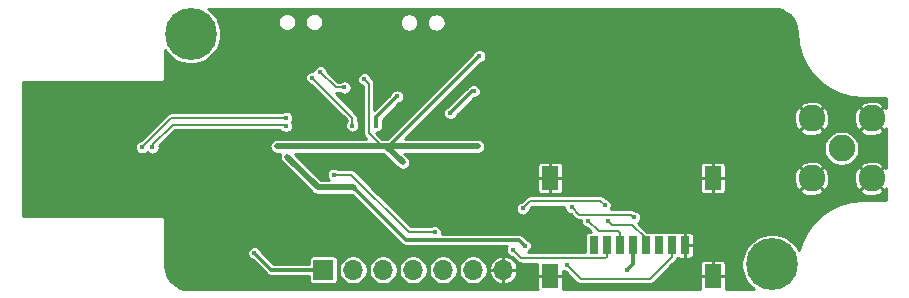
<source format=gbr>
%TF.GenerationSoftware,KiCad,Pcbnew,(5.1.6)-1*%
%TF.CreationDate,2020-12-01T11:19:40+01:00*%
%TF.ProjectId,LoRa_Dongle,4c6f5261-5f44-46f6-9e67-6c652e6b6963,rev?*%
%TF.SameCoordinates,Original*%
%TF.FileFunction,Copper,L2,Bot*%
%TF.FilePolarity,Positive*%
%FSLAX46Y46*%
G04 Gerber Fmt 4.6, Leading zero omitted, Abs format (unit mm)*
G04 Created by KiCad (PCBNEW (5.1.6)-1) date 2020-12-01 11:19:40*
%MOMM*%
%LPD*%
G01*
G04 APERTURE LIST*
%TA.AperFunction,ComponentPad*%
%ADD10C,4.400000*%
%TD*%
%TA.AperFunction,ComponentPad*%
%ADD11C,0.700000*%
%TD*%
%TA.AperFunction,ComponentPad*%
%ADD12C,2.250000*%
%TD*%
%TA.AperFunction,ComponentPad*%
%ADD13R,1.700000X1.700000*%
%TD*%
%TA.AperFunction,ComponentPad*%
%ADD14O,1.700000X1.700000*%
%TD*%
%TA.AperFunction,SMDPad,CuDef*%
%ADD15R,0.800000X1.500000*%
%TD*%
%TA.AperFunction,SMDPad,CuDef*%
%ADD16R,1.450000X2.000000*%
%TD*%
%TA.AperFunction,ViaPad*%
%ADD17C,0.450000*%
%TD*%
%TA.AperFunction,Conductor*%
%ADD18C,0.300000*%
%TD*%
%TA.AperFunction,Conductor*%
%ADD19C,0.500000*%
%TD*%
%TA.AperFunction,Conductor*%
%ADD20C,0.200000*%
%TD*%
%TA.AperFunction,Conductor*%
%ADD21C,0.254000*%
%TD*%
G04 APERTURE END LIST*
D10*
%TO.P,REF\u002A\u002A,1*%
%TO.N,N/C*%
X74396600Y47421800D03*
D11*
X76046600Y47421800D03*
X75563326Y46255074D03*
X74396600Y45771800D03*
X73229874Y46255074D03*
X72746600Y47421800D03*
X73229874Y48588526D03*
X74396600Y49071800D03*
X75563326Y48588526D03*
%TD*%
%TO.P,REF\u002A\u002A,1*%
%TO.N,N/C*%
X26338126Y68121126D03*
X25171400Y68604400D03*
X24004674Y68121126D03*
X23521400Y66954400D03*
X24004674Y65787674D03*
X25171400Y65304400D03*
X26338126Y65787674D03*
X26821400Y66954400D03*
D10*
X25171400Y66954400D03*
%TD*%
D12*
%TO.P,J3,1*%
%TO.N,Net-(J3-Pad1)*%
X80289400Y57251600D03*
%TO.P,J3,2*%
%TO.N,GND*%
X77749400Y54711600D03*
X82829400Y54711600D03*
X82829400Y59791600D03*
X77749400Y59791600D03*
%TD*%
D13*
%TO.P,J1,1*%
%TO.N,+3V3*%
X36398200Y46964600D03*
D14*
%TO.P,J1,2*%
%TO.N,/SWCLK*%
X38938200Y46964600D03*
%TO.P,J1,3*%
%TO.N,/SWDIO*%
X41478200Y46964600D03*
%TO.P,J1,4*%
%TO.N,/PA00*%
X44018200Y46964600D03*
%TO.P,J1,5*%
%TO.N,/PA01*%
X46558200Y46964600D03*
%TO.P,J1,6*%
%TO.N,/PA02*%
X49098200Y46964600D03*
%TO.P,J1,7*%
%TO.N,GND*%
X51638200Y46964600D03*
%TD*%
D15*
%TO.P,J4,1*%
%TO.N,Net-(J4-Pad1)*%
X59309400Y49046800D03*
%TO.P,J4,2*%
%TO.N,/SD_CS*%
X60409400Y49046800D03*
%TO.P,J4,3*%
%TO.N,/SDO*%
X61509400Y49046800D03*
%TO.P,J4,4*%
%TO.N,+3V3*%
X62609400Y49046800D03*
%TO.P,J4,5*%
%TO.N,/SCK*%
X63709400Y49046800D03*
%TO.P,J4,6*%
%TO.N,Net-(J4-Pad6)*%
X64809400Y49046800D03*
%TO.P,J4,7*%
%TO.N,/SDI*%
X65909400Y49046800D03*
%TO.P,J4,8*%
%TO.N,GND*%
X67009400Y49046800D03*
D16*
%TO.P,J4,9*%
X69384400Y54746800D03*
X55634400Y54746800D03*
X55634400Y46446800D03*
X69384400Y46446800D03*
%TD*%
D17*
%TO.N,GND*%
X66929000Y46482000D03*
X23114000Y57150000D03*
X23114000Y55372000D03*
X23114000Y51816000D03*
X23622000Y46736000D03*
X23114000Y60960000D03*
X70612000Y63982600D03*
X71628000Y62966600D03*
X72644000Y61950600D03*
X73660000Y60934600D03*
X74676000Y59918600D03*
X75692000Y58902600D03*
X69342000Y61188600D03*
X70358000Y60172600D03*
X71374000Y59156600D03*
X72390000Y58140600D03*
X73406000Y57124600D03*
X74422000Y56362600D03*
X75946000Y55854600D03*
X68326000Y62204600D03*
X67564000Y63220600D03*
X41148000Y55880000D03*
X41148000Y58420000D03*
X38100000Y58420000D03*
X31750000Y56388000D03*
X31750000Y53594000D03*
X34290000Y47752000D03*
X34290000Y50292000D03*
X34290000Y45720000D03*
X29972000Y45720000D03*
X25654000Y45720000D03*
X49530000Y55372000D03*
X52324000Y55372000D03*
X52324000Y58420000D03*
X49530000Y58420000D03*
X43688000Y60960000D03*
X43688000Y62992000D03*
X43688000Y65278000D03*
X29972000Y65278000D03*
X33020000Y65278000D03*
X31496000Y61214000D03*
X26162000Y61214000D03*
X52324000Y61722000D03*
X64516000Y55626000D03*
X64516000Y58928000D03*
X58928000Y55626000D03*
X66802000Y68580000D03*
X61976000Y68580000D03*
X57658000Y68580000D03*
X53086000Y68580000D03*
X38354000Y55880000D03*
X23114000Y62484000D03*
X23368000Y49530000D03*
X23368000Y64008000D03*
X36626800Y48666400D03*
X49530000Y51308000D03*
X46990000Y51308000D03*
X44450000Y51308000D03*
%TO.N,/nRESET*%
X42646600Y61645800D03*
X40894000Y59182000D03*
%TO.N,+3V3*%
X33350200Y56540400D03*
X38989000Y53924200D03*
X32486600Y57429400D03*
X43129200Y56057800D03*
X49479200Y57429400D03*
X30581600Y48387000D03*
X49606200Y65074800D03*
X39878000Y63119000D03*
X53467000Y48996600D03*
X62103000Y46939200D03*
%TO.N,/LED*%
X47167800Y60248800D03*
X49149001Y62102999D03*
%TO.N,/RF_RESET*%
X60223400Y52451000D03*
X53289200Y52171600D03*
%TO.N,/RF_CS*%
X57429400Y52273200D03*
X62712600Y51409600D03*
%TO.N,/FLASH_SCK*%
X35482502Y63219312D03*
X38862000Y59182000D03*
%TO.N,/FLASH_SDO*%
X38201600Y62407800D03*
X36159560Y63692306D03*
%TO.N,USB_D+*%
X33253342Y59141541D03*
X21939088Y57334312D03*
%TO.N,USB_D-*%
X33253342Y59841541D03*
X21056600Y57353200D03*
%TO.N,/SD_CS*%
X37287200Y55016400D03*
X52451001Y48666399D03*
X45847000Y50165000D03*
%TO.N,/SDO*%
X58849000Y51107600D03*
%TO.N,/SCK*%
X60502800Y51109599D03*
%TO.N,/SDI*%
X57048400Y47371000D03*
%TD*%
D18*
%TO.N,/nRESET*%
X42646600Y61645800D02*
X40894000Y59893200D01*
X40894000Y59893200D02*
X40894000Y59182000D01*
D19*
%TO.N,+3V3*%
X33350200Y56540400D02*
X35941000Y53949600D01*
X35941000Y53949600D02*
X38963600Y53949600D01*
X38963600Y53949600D02*
X38989000Y53924200D01*
X32486600Y57429400D02*
X41757600Y57429400D01*
X41757600Y57429400D02*
X43129200Y56057800D01*
X41757600Y57429400D02*
X49479200Y57429400D01*
D18*
X41960800Y57429400D02*
X41757600Y57429400D01*
X49606200Y65074800D02*
X41960800Y57429400D01*
X32004000Y46964600D02*
X30581600Y48387000D01*
X36398200Y46964600D02*
X32004000Y46964600D01*
X62609400Y47445600D02*
X62609400Y49046800D01*
X62103000Y46939200D02*
X62609400Y47445600D01*
D20*
X40259000Y58531998D02*
X40259000Y62738000D01*
X41757600Y57429400D02*
X41361598Y57429400D01*
X40259000Y62738000D02*
X39878000Y63119000D01*
X41361598Y57429400D02*
X40259000Y58531998D01*
D18*
X38989000Y53924200D02*
X43408600Y49504600D01*
X43408600Y49504600D02*
X52959000Y49504600D01*
X52959000Y49504600D02*
X53467000Y48996600D01*
%TO.N,/LED*%
X47167800Y60248800D02*
X49021999Y62102999D01*
X49021999Y62102999D02*
X49149001Y62102999D01*
D20*
%TO.N,/RF_RESET*%
X53915801Y52798201D02*
X53289200Y52171600D01*
X60223400Y52451000D02*
X59876199Y52798201D01*
X59876199Y52798201D02*
X53915801Y52798201D01*
%TO.N,/RF_CS*%
X62487601Y51634599D02*
X62712600Y51409600D01*
X57429400Y52273200D02*
X58068001Y51634599D01*
X58068001Y51634599D02*
X62487601Y51634599D01*
%TO.N,/FLASH_SCK*%
X35482502Y63219312D02*
X38862000Y59839814D01*
X38862000Y59839814D02*
X38862000Y59182000D01*
%TO.N,/FLASH_SDO*%
X38201600Y62407800D02*
X37444066Y62407800D01*
X37444066Y62407800D02*
X36159560Y63692306D01*
%TO.N,USB_D+*%
X23694540Y59266541D02*
X21939088Y57511089D01*
X33128342Y59266541D02*
X23694540Y59266541D01*
X33253342Y59141541D02*
X33128342Y59266541D01*
X21939088Y57511089D02*
X21939088Y57334312D01*
%TO.N,USB_D-*%
X23544941Y59841541D02*
X21056600Y57353200D01*
X33253342Y59841541D02*
X23544941Y59841541D01*
%TO.N,/SD_CS*%
X60409400Y49046800D02*
X60409400Y48096800D01*
X53136800Y47980600D02*
X52451001Y48666399D01*
X60293200Y47980600D02*
X53136800Y47980600D01*
X60409400Y48096800D02*
X60293200Y47980600D01*
X38785800Y55016400D02*
X43637200Y50165000D01*
X37287200Y55016400D02*
X38785800Y55016400D01*
X43637200Y50165000D02*
X45847000Y50165000D01*
%TO.N,/SDO*%
X59715400Y50241200D02*
X58849000Y51107600D01*
X61391800Y50241200D02*
X59715400Y50241200D01*
X61509400Y49046800D02*
X61509400Y50123600D01*
X61509400Y50123600D02*
X61391800Y50241200D01*
%TO.N,/SCK*%
X63709400Y49636802D02*
X63709400Y49046800D01*
X62546202Y50800000D02*
X63709400Y49636802D01*
X60502800Y51109599D02*
X60812399Y50800000D01*
X60812399Y50800000D02*
X62546202Y50800000D01*
%TO.N,/SDI*%
X65909400Y49046800D02*
X65909400Y48096800D01*
X64031501Y46218901D02*
X58200499Y46218901D01*
X65909400Y48096800D02*
X64031501Y46218901D01*
X58200499Y46218901D02*
X57048400Y47371000D01*
%TD*%
D21*
%TO.N,GND*%
G36*
X74908113Y69048752D02*
G01*
X75277990Y68937079D01*
X75619125Y68755694D01*
X75918529Y68511506D01*
X76164809Y68213805D01*
X76348568Y67873949D01*
X76462819Y67504865D01*
X76506745Y67086937D01*
X76506745Y67071415D01*
X76585465Y66171640D01*
X76597754Y66101944D01*
X76831522Y65229510D01*
X76831523Y65229507D01*
X76855728Y65163005D01*
X77237442Y64344417D01*
X77272827Y64283128D01*
X77790888Y63543260D01*
X77836378Y63489047D01*
X77836384Y63489042D01*
X78475042Y62850384D01*
X78475047Y62850378D01*
X78529260Y62804888D01*
X79269127Y62286828D01*
X79269128Y62286827D01*
X79330417Y62251442D01*
X80149005Y61869728D01*
X80215507Y61845523D01*
X81087944Y61611754D01*
X81157639Y61599465D01*
X81157640Y61599465D01*
X82055245Y61520935D01*
X82072859Y61519200D01*
X84074400Y61519200D01*
X84074400Y60643047D01*
X84052184Y60676297D01*
X83832088Y60790045D01*
X82833643Y59791600D01*
X83832088Y58793155D01*
X84052184Y58906903D01*
X84074400Y58944981D01*
X84074401Y55563046D01*
X84052184Y55596297D01*
X83832088Y55710045D01*
X82833643Y54711600D01*
X83832088Y53713155D01*
X84052184Y53826903D01*
X84074401Y53864982D01*
X84074401Y52882400D01*
X82072859Y52882400D01*
X82055245Y52880665D01*
X81157640Y52802135D01*
X81157639Y52802135D01*
X81087944Y52789846D01*
X80215507Y52556077D01*
X80149005Y52531872D01*
X79330417Y52150158D01*
X79269128Y52114773D01*
X78529260Y51596712D01*
X78475047Y51551222D01*
X78475042Y51551216D01*
X77836384Y50912558D01*
X77836378Y50912553D01*
X77790888Y50858340D01*
X77272827Y50118472D01*
X77237442Y50057183D01*
X76855728Y49238595D01*
X76842929Y49203429D01*
X76831523Y49172092D01*
X76687657Y48635177D01*
X76683852Y48644362D01*
X76401393Y49067091D01*
X76041891Y49426593D01*
X75619162Y49709052D01*
X75149450Y49903613D01*
X74650806Y50002800D01*
X74142394Y50002800D01*
X73643750Y49903613D01*
X73174038Y49709052D01*
X72751309Y49426593D01*
X72391807Y49067091D01*
X72109348Y48644362D01*
X71914787Y48174650D01*
X71815600Y47676006D01*
X71815600Y47167594D01*
X71914787Y46668950D01*
X72109348Y46199238D01*
X72391807Y45776509D01*
X72751309Y45417007D01*
X72906667Y45313200D01*
X70462837Y45313200D01*
X70480945Y45372895D01*
X70488224Y45446800D01*
X70486400Y46349550D01*
X70392150Y46443800D01*
X69387400Y46443800D01*
X69387400Y46423800D01*
X69381400Y46423800D01*
X69381400Y46443800D01*
X68376650Y46443800D01*
X68282400Y46349550D01*
X68280576Y45446800D01*
X68287855Y45372895D01*
X68305963Y45313200D01*
X56712837Y45313200D01*
X56730945Y45372895D01*
X56738224Y45446800D01*
X56736400Y46349550D01*
X56642150Y46443800D01*
X55637400Y46443800D01*
X55637400Y46423800D01*
X55631400Y46423800D01*
X55631400Y46443800D01*
X54626650Y46443800D01*
X54532400Y46349550D01*
X54530576Y45446800D01*
X54537855Y45372895D01*
X54555963Y45313200D01*
X25038854Y45313200D01*
X24629553Y45353332D01*
X24254932Y45466436D01*
X23909418Y45650151D01*
X23606171Y45897473D01*
X23356735Y46198989D01*
X23170616Y46543209D01*
X23054900Y46917027D01*
X23012000Y47325193D01*
X23012000Y48446686D01*
X29975600Y48446686D01*
X29975600Y48327314D01*
X29998888Y48210236D01*
X30044570Y48099951D01*
X30110889Y48000698D01*
X30195298Y47916289D01*
X30294551Y47849970D01*
X30404836Y47804288D01*
X30415484Y47802170D01*
X31610083Y46607570D01*
X31626710Y46587310D01*
X31646970Y46570683D01*
X31707564Y46520954D01*
X31737070Y46505183D01*
X31799812Y46471647D01*
X31899906Y46441283D01*
X31977916Y46433600D01*
X31977925Y46433600D01*
X32003999Y46431032D01*
X32030073Y46433600D01*
X35165357Y46433600D01*
X35165357Y46114600D01*
X35172713Y46039911D01*
X35194499Y45968092D01*
X35229878Y45901904D01*
X35277489Y45843889D01*
X35335504Y45796278D01*
X35401692Y45760899D01*
X35473511Y45739113D01*
X35548200Y45731757D01*
X37248200Y45731757D01*
X37322889Y45739113D01*
X37394708Y45760899D01*
X37460896Y45796278D01*
X37518911Y45843889D01*
X37566522Y45901904D01*
X37601901Y45968092D01*
X37623687Y46039911D01*
X37631043Y46114600D01*
X37631043Y47085843D01*
X37707200Y47085843D01*
X37707200Y46843357D01*
X37754507Y46605531D01*
X37847302Y46381503D01*
X37982020Y46179883D01*
X38153483Y46008420D01*
X38355103Y45873702D01*
X38579131Y45780907D01*
X38816957Y45733600D01*
X39059443Y45733600D01*
X39297269Y45780907D01*
X39521297Y45873702D01*
X39722917Y46008420D01*
X39894380Y46179883D01*
X40029098Y46381503D01*
X40121893Y46605531D01*
X40169200Y46843357D01*
X40169200Y47085843D01*
X40247200Y47085843D01*
X40247200Y46843357D01*
X40294507Y46605531D01*
X40387302Y46381503D01*
X40522020Y46179883D01*
X40693483Y46008420D01*
X40895103Y45873702D01*
X41119131Y45780907D01*
X41356957Y45733600D01*
X41599443Y45733600D01*
X41837269Y45780907D01*
X42061297Y45873702D01*
X42262917Y46008420D01*
X42434380Y46179883D01*
X42569098Y46381503D01*
X42661893Y46605531D01*
X42709200Y46843357D01*
X42709200Y47085843D01*
X42787200Y47085843D01*
X42787200Y46843357D01*
X42834507Y46605531D01*
X42927302Y46381503D01*
X43062020Y46179883D01*
X43233483Y46008420D01*
X43435103Y45873702D01*
X43659131Y45780907D01*
X43896957Y45733600D01*
X44139443Y45733600D01*
X44377269Y45780907D01*
X44601297Y45873702D01*
X44802917Y46008420D01*
X44974380Y46179883D01*
X45109098Y46381503D01*
X45201893Y46605531D01*
X45249200Y46843357D01*
X45249200Y47085843D01*
X45327200Y47085843D01*
X45327200Y46843357D01*
X45374507Y46605531D01*
X45467302Y46381503D01*
X45602020Y46179883D01*
X45773483Y46008420D01*
X45975103Y45873702D01*
X46199131Y45780907D01*
X46436957Y45733600D01*
X46679443Y45733600D01*
X46917269Y45780907D01*
X47141297Y45873702D01*
X47342917Y46008420D01*
X47514380Y46179883D01*
X47649098Y46381503D01*
X47741893Y46605531D01*
X47789200Y46843357D01*
X47789200Y47085843D01*
X47867200Y47085843D01*
X47867200Y46843357D01*
X47914507Y46605531D01*
X48007302Y46381503D01*
X48142020Y46179883D01*
X48313483Y46008420D01*
X48515103Y45873702D01*
X48739131Y45780907D01*
X48976957Y45733600D01*
X49219443Y45733600D01*
X49457269Y45780907D01*
X49681297Y45873702D01*
X49882917Y46008420D01*
X50054380Y46179883D01*
X50189098Y46381503D01*
X50281893Y46605531D01*
X50314546Y46769692D01*
X50426780Y46769692D01*
X50488082Y46537101D01*
X50593582Y46320938D01*
X50739226Y46129511D01*
X50919417Y45970176D01*
X51127231Y45849056D01*
X51354681Y45770806D01*
X51443292Y45753180D01*
X51635200Y45831854D01*
X51635200Y46961600D01*
X51641200Y46961600D01*
X51641200Y45831854D01*
X51833108Y45753180D01*
X51921719Y45770806D01*
X52149169Y45849056D01*
X52356983Y45970176D01*
X52537174Y46129511D01*
X52682818Y46320938D01*
X52788318Y46537101D01*
X52849620Y46769692D01*
X52770946Y46961600D01*
X51641200Y46961600D01*
X51635200Y46961600D01*
X50505454Y46961600D01*
X50426780Y46769692D01*
X50314546Y46769692D01*
X50329200Y46843357D01*
X50329200Y47085843D01*
X50314547Y47159508D01*
X50426780Y47159508D01*
X50505454Y46967600D01*
X51635200Y46967600D01*
X51635200Y48097346D01*
X51641200Y48097346D01*
X51641200Y46967600D01*
X52770946Y46967600D01*
X52849620Y47159508D01*
X52788318Y47392099D01*
X52682818Y47608262D01*
X52537174Y47799689D01*
X52356983Y47959024D01*
X52149169Y48080144D01*
X51921719Y48158394D01*
X51833108Y48176020D01*
X51641200Y48097346D01*
X51635200Y48097346D01*
X51443292Y48176020D01*
X51354681Y48158394D01*
X51127231Y48080144D01*
X50919417Y47959024D01*
X50739226Y47799689D01*
X50593582Y47608262D01*
X50488082Y47392099D01*
X50426780Y47159508D01*
X50314547Y47159508D01*
X50281893Y47323669D01*
X50189098Y47547697D01*
X50054380Y47749317D01*
X49882917Y47920780D01*
X49681297Y48055498D01*
X49457269Y48148293D01*
X49219443Y48195600D01*
X48976957Y48195600D01*
X48739131Y48148293D01*
X48515103Y48055498D01*
X48313483Y47920780D01*
X48142020Y47749317D01*
X48007302Y47547697D01*
X47914507Y47323669D01*
X47867200Y47085843D01*
X47789200Y47085843D01*
X47741893Y47323669D01*
X47649098Y47547697D01*
X47514380Y47749317D01*
X47342917Y47920780D01*
X47141297Y48055498D01*
X46917269Y48148293D01*
X46679443Y48195600D01*
X46436957Y48195600D01*
X46199131Y48148293D01*
X45975103Y48055498D01*
X45773483Y47920780D01*
X45602020Y47749317D01*
X45467302Y47547697D01*
X45374507Y47323669D01*
X45327200Y47085843D01*
X45249200Y47085843D01*
X45201893Y47323669D01*
X45109098Y47547697D01*
X44974380Y47749317D01*
X44802917Y47920780D01*
X44601297Y48055498D01*
X44377269Y48148293D01*
X44139443Y48195600D01*
X43896957Y48195600D01*
X43659131Y48148293D01*
X43435103Y48055498D01*
X43233483Y47920780D01*
X43062020Y47749317D01*
X42927302Y47547697D01*
X42834507Y47323669D01*
X42787200Y47085843D01*
X42709200Y47085843D01*
X42661893Y47323669D01*
X42569098Y47547697D01*
X42434380Y47749317D01*
X42262917Y47920780D01*
X42061297Y48055498D01*
X41837269Y48148293D01*
X41599443Y48195600D01*
X41356957Y48195600D01*
X41119131Y48148293D01*
X40895103Y48055498D01*
X40693483Y47920780D01*
X40522020Y47749317D01*
X40387302Y47547697D01*
X40294507Y47323669D01*
X40247200Y47085843D01*
X40169200Y47085843D01*
X40121893Y47323669D01*
X40029098Y47547697D01*
X39894380Y47749317D01*
X39722917Y47920780D01*
X39521297Y48055498D01*
X39297269Y48148293D01*
X39059443Y48195600D01*
X38816957Y48195600D01*
X38579131Y48148293D01*
X38355103Y48055498D01*
X38153483Y47920780D01*
X37982020Y47749317D01*
X37847302Y47547697D01*
X37754507Y47323669D01*
X37707200Y47085843D01*
X37631043Y47085843D01*
X37631043Y47814600D01*
X37623687Y47889289D01*
X37601901Y47961108D01*
X37566522Y48027296D01*
X37518911Y48085311D01*
X37460896Y48132922D01*
X37394708Y48168301D01*
X37322889Y48190087D01*
X37248200Y48197443D01*
X35548200Y48197443D01*
X35473511Y48190087D01*
X35401692Y48168301D01*
X35335504Y48132922D01*
X35277489Y48085311D01*
X35229878Y48027296D01*
X35194499Y47961108D01*
X35172713Y47889289D01*
X35165357Y47814600D01*
X35165357Y47495600D01*
X32223947Y47495600D01*
X31166430Y48553116D01*
X31164312Y48563764D01*
X31118630Y48674049D01*
X31052311Y48773302D01*
X30967902Y48857711D01*
X30868649Y48924030D01*
X30758364Y48969712D01*
X30641286Y48993000D01*
X30521914Y48993000D01*
X30404836Y48969712D01*
X30294551Y48924030D01*
X30195298Y48857711D01*
X30110889Y48773302D01*
X30044570Y48674049D01*
X29998888Y48563764D01*
X29975600Y48446686D01*
X23012000Y48446686D01*
X23012000Y51135659D01*
X23013964Y51155600D01*
X23006125Y51235190D01*
X22982910Y51311721D01*
X22945210Y51382253D01*
X22894474Y51444074D01*
X22832653Y51494810D01*
X22762121Y51532510D01*
X22685590Y51555725D01*
X22625941Y51561600D01*
X22606000Y51563564D01*
X22586060Y51561600D01*
X10997800Y51561600D01*
X10997800Y57412886D01*
X20450600Y57412886D01*
X20450600Y57293514D01*
X20473888Y57176436D01*
X20519570Y57066151D01*
X20585889Y56966898D01*
X20670298Y56882489D01*
X20769551Y56816170D01*
X20879836Y56770488D01*
X20996914Y56747200D01*
X21116286Y56747200D01*
X21233364Y56770488D01*
X21343649Y56816170D01*
X21442902Y56882489D01*
X21488400Y56927987D01*
X21552786Y56863601D01*
X21652039Y56797282D01*
X21762324Y56751600D01*
X21879402Y56728312D01*
X21998774Y56728312D01*
X22115852Y56751600D01*
X22226137Y56797282D01*
X22325390Y56863601D01*
X22409799Y56948010D01*
X22476118Y57047263D01*
X22521800Y57157548D01*
X22545088Y57274626D01*
X22545088Y57393998D01*
X22538047Y57429400D01*
X31852547Y57429400D01*
X31864730Y57305702D01*
X31900811Y57186758D01*
X31959404Y57077139D01*
X32038257Y56981057D01*
X32134339Y56902204D01*
X32243958Y56843611D01*
X32362902Y56807530D01*
X32455602Y56798400D01*
X32772621Y56798400D01*
X32764411Y56783041D01*
X32728330Y56664097D01*
X32716148Y56540400D01*
X32728330Y56416703D01*
X32764411Y56297759D01*
X32823004Y56188140D01*
X32882097Y56116135D01*
X35472895Y53525337D01*
X35492657Y53501257D01*
X35588739Y53422404D01*
X35698358Y53363811D01*
X35817302Y53327730D01*
X35910002Y53318600D01*
X35910011Y53318600D01*
X35940999Y53315548D01*
X35971987Y53318600D01*
X38811669Y53318600D01*
X38857580Y53304674D01*
X43014682Y49147571D01*
X43031310Y49127310D01*
X43051570Y49110683D01*
X43112164Y49060954D01*
X43144258Y49043800D01*
X43204412Y49011647D01*
X43304506Y48981283D01*
X43382516Y48973600D01*
X43382525Y48973600D01*
X43408599Y48971032D01*
X43434673Y48973600D01*
X51927436Y48973600D01*
X51913971Y48953448D01*
X51868289Y48843163D01*
X51845001Y48726085D01*
X51845001Y48606713D01*
X51868289Y48489635D01*
X51913971Y48379350D01*
X51980290Y48280097D01*
X52064699Y48195688D01*
X52163952Y48129369D01*
X52274237Y48083687D01*
X52373152Y48064012D01*
X52779974Y47657189D01*
X52795036Y47638836D01*
X52868278Y47578728D01*
X52951839Y47534064D01*
X53042508Y47506560D01*
X53113174Y47499600D01*
X53113175Y47499600D01*
X53136799Y47497273D01*
X53160423Y47499600D01*
X54535776Y47499600D01*
X54530576Y47446800D01*
X54532400Y46544050D01*
X54626650Y46449800D01*
X55631400Y46449800D01*
X55631400Y46469800D01*
X55637400Y46469800D01*
X55637400Y46449800D01*
X56642150Y46449800D01*
X56736400Y46544050D01*
X56737019Y46850228D01*
X56761351Y46833970D01*
X56871636Y46788288D01*
X56970551Y46768613D01*
X57843674Y45895489D01*
X57858735Y45877137D01*
X57931977Y45817029D01*
X58015538Y45772365D01*
X58053337Y45760899D01*
X58106206Y45744861D01*
X58200498Y45735574D01*
X58224125Y45737901D01*
X64007875Y45737901D01*
X64031501Y45735574D01*
X64055127Y45737901D01*
X64125793Y45744861D01*
X64216462Y45772365D01*
X64300023Y45817029D01*
X64373265Y45877137D01*
X64388331Y45895495D01*
X65939636Y47446800D01*
X68280576Y47446800D01*
X68282400Y46544050D01*
X68376650Y46449800D01*
X69381400Y46449800D01*
X69381400Y47729550D01*
X69387400Y47729550D01*
X69387400Y46449800D01*
X70392150Y46449800D01*
X70486400Y46544050D01*
X70488224Y47446800D01*
X70480945Y47520705D01*
X70459388Y47591770D01*
X70424381Y47657263D01*
X70377269Y47714669D01*
X70319863Y47761781D01*
X70254370Y47796788D01*
X70183305Y47818345D01*
X70109400Y47825624D01*
X69481650Y47823800D01*
X69387400Y47729550D01*
X69381400Y47729550D01*
X69287150Y47823800D01*
X68659400Y47825624D01*
X68585495Y47818345D01*
X68514430Y47796788D01*
X68448937Y47761781D01*
X68391531Y47714669D01*
X68344419Y47657263D01*
X68309412Y47591770D01*
X68287855Y47520705D01*
X68280576Y47446800D01*
X65939636Y47446800D01*
X66232812Y47739975D01*
X66251164Y47755036D01*
X66311272Y47828278D01*
X66355936Y47911839D01*
X66358031Y47918747D01*
X66384089Y47921313D01*
X66455908Y47943099D01*
X66463642Y47947233D01*
X66464430Y47946812D01*
X66535495Y47925255D01*
X66609400Y47917976D01*
X66912150Y47919800D01*
X67006400Y48014050D01*
X67006400Y49043800D01*
X67012400Y49043800D01*
X67012400Y48014050D01*
X67106650Y47919800D01*
X67409400Y47917976D01*
X67483305Y47925255D01*
X67554370Y47946812D01*
X67619863Y47981819D01*
X67677269Y48028931D01*
X67724381Y48086337D01*
X67759388Y48151830D01*
X67780945Y48222895D01*
X67788224Y48296800D01*
X67786400Y48949550D01*
X67692150Y49043800D01*
X67012400Y49043800D01*
X67006400Y49043800D01*
X66986400Y49043800D01*
X66986400Y49049800D01*
X67006400Y49049800D01*
X67006400Y50079550D01*
X67012400Y50079550D01*
X67012400Y49049800D01*
X67692150Y49049800D01*
X67786400Y49144050D01*
X67788224Y49796800D01*
X67780945Y49870705D01*
X67759388Y49941770D01*
X67724381Y50007263D01*
X67677269Y50064669D01*
X67619863Y50111781D01*
X67554370Y50146788D01*
X67483305Y50168345D01*
X67409400Y50175624D01*
X67106650Y50173800D01*
X67012400Y50079550D01*
X67006400Y50079550D01*
X66912150Y50173800D01*
X66609400Y50175624D01*
X66535495Y50168345D01*
X66464430Y50146788D01*
X66463642Y50146367D01*
X66455908Y50150501D01*
X66384089Y50172287D01*
X66309400Y50179643D01*
X65509400Y50179643D01*
X65434711Y50172287D01*
X65362892Y50150501D01*
X65359400Y50148634D01*
X65355908Y50150501D01*
X65284089Y50172287D01*
X65209400Y50179643D01*
X64409400Y50179643D01*
X64334711Y50172287D01*
X64262892Y50150501D01*
X64259400Y50148634D01*
X64255908Y50150501D01*
X64184089Y50172287D01*
X64109400Y50179643D01*
X63846796Y50179643D01*
X63092096Y50934342D01*
X63098902Y50938889D01*
X63183311Y51023298D01*
X63249630Y51122551D01*
X63295312Y51232836D01*
X63318600Y51349914D01*
X63318600Y51469286D01*
X63295312Y51586364D01*
X63249630Y51696649D01*
X63183311Y51795902D01*
X63098902Y51880311D01*
X62999649Y51946630D01*
X62889364Y51992312D01*
X62784520Y52013167D01*
X62756123Y52036471D01*
X62672562Y52081135D01*
X62581893Y52108639D01*
X62562044Y52110594D01*
X62487601Y52117926D01*
X62463975Y52115599D01*
X60728122Y52115599D01*
X60760430Y52163951D01*
X60806112Y52274236D01*
X60829400Y52391314D01*
X60829400Y52510686D01*
X60806112Y52627764D01*
X60760430Y52738049D01*
X60694111Y52837302D01*
X60609702Y52921711D01*
X60510449Y52988030D01*
X60400164Y53033712D01*
X60301249Y53053387D01*
X60233028Y53121608D01*
X60217963Y53139965D01*
X60144721Y53200073D01*
X60061160Y53244737D01*
X59970491Y53272241D01*
X59899825Y53279201D01*
X59876199Y53281528D01*
X59852573Y53279201D01*
X53939427Y53279201D01*
X53915801Y53281528D01*
X53821508Y53272241D01*
X53730839Y53244737D01*
X53687155Y53221387D01*
X53647279Y53200073D01*
X53574037Y53139965D01*
X53558971Y53121607D01*
X53211351Y52773987D01*
X53112436Y52754312D01*
X53002151Y52708630D01*
X52902898Y52642311D01*
X52818489Y52557902D01*
X52752170Y52458649D01*
X52706488Y52348364D01*
X52683200Y52231286D01*
X52683200Y52111914D01*
X52706488Y51994836D01*
X52752170Y51884551D01*
X52818489Y51785298D01*
X52902898Y51700889D01*
X53002151Y51634570D01*
X53112436Y51588888D01*
X53229514Y51565600D01*
X53348886Y51565600D01*
X53465964Y51588888D01*
X53576249Y51634570D01*
X53675502Y51700889D01*
X53759911Y51785298D01*
X53826230Y51884551D01*
X53871912Y51994836D01*
X53891587Y52093751D01*
X54115037Y52317201D01*
X56823400Y52317201D01*
X56823400Y52213514D01*
X56846688Y52096436D01*
X56892370Y51986151D01*
X56958689Y51886898D01*
X57043098Y51802489D01*
X57142351Y51736170D01*
X57252636Y51690488D01*
X57351551Y51670813D01*
X57711175Y51311188D01*
X57726237Y51292835D01*
X57799479Y51232727D01*
X57883040Y51188063D01*
X57944943Y51169285D01*
X57973708Y51160559D01*
X58068000Y51151272D01*
X58091627Y51153599D01*
X58243000Y51153599D01*
X58243000Y51047914D01*
X58266288Y50930836D01*
X58311970Y50820551D01*
X58378289Y50721298D01*
X58462698Y50636889D01*
X58561951Y50570570D01*
X58672236Y50524888D01*
X58771151Y50505213D01*
X59096721Y50179643D01*
X58909400Y50179643D01*
X58834711Y50172287D01*
X58762892Y50150501D01*
X58696704Y50115122D01*
X58638689Y50067511D01*
X58591078Y50009496D01*
X58555699Y49943308D01*
X58533913Y49871489D01*
X58526557Y49796800D01*
X58526557Y48461600D01*
X53757087Y48461600D01*
X53853302Y48525889D01*
X53937711Y48610298D01*
X54004030Y48709551D01*
X54049712Y48819836D01*
X54073000Y48936914D01*
X54073000Y49056286D01*
X54049712Y49173364D01*
X54004030Y49283649D01*
X53937711Y49382902D01*
X53853302Y49467311D01*
X53754049Y49533630D01*
X53643764Y49579312D01*
X53633117Y49581430D01*
X53352921Y49861625D01*
X53336290Y49881890D01*
X53255435Y49948246D01*
X53163188Y49997553D01*
X53063094Y50027917D01*
X52985084Y50035600D01*
X52985074Y50035600D01*
X52959000Y50038168D01*
X52932926Y50035600D01*
X46439133Y50035600D01*
X46453000Y50105314D01*
X46453000Y50224686D01*
X46429712Y50341764D01*
X46384030Y50452049D01*
X46317711Y50551302D01*
X46233302Y50635711D01*
X46134049Y50702030D01*
X46023764Y50747712D01*
X45906686Y50771000D01*
X45787314Y50771000D01*
X45670236Y50747712D01*
X45559951Y50702030D01*
X45476097Y50646000D01*
X43836437Y50646000D01*
X40735637Y53746800D01*
X54530576Y53746800D01*
X54537855Y53672895D01*
X54559412Y53601830D01*
X54594419Y53536337D01*
X54641531Y53478931D01*
X54698937Y53431819D01*
X54764430Y53396812D01*
X54835495Y53375255D01*
X54909400Y53367976D01*
X55537150Y53369800D01*
X55631400Y53464050D01*
X55631400Y54743800D01*
X55637400Y54743800D01*
X55637400Y53464050D01*
X55731650Y53369800D01*
X56359400Y53367976D01*
X56433305Y53375255D01*
X56504370Y53396812D01*
X56569863Y53431819D01*
X56627269Y53478931D01*
X56674381Y53536337D01*
X56709388Y53601830D01*
X56730945Y53672895D01*
X56738224Y53746800D01*
X68280576Y53746800D01*
X68287855Y53672895D01*
X68309412Y53601830D01*
X68344419Y53536337D01*
X68391531Y53478931D01*
X68448937Y53431819D01*
X68514430Y53396812D01*
X68585495Y53375255D01*
X68659400Y53367976D01*
X69287150Y53369800D01*
X69381400Y53464050D01*
X69381400Y54743800D01*
X69387400Y54743800D01*
X69387400Y53464050D01*
X69481650Y53369800D01*
X70109400Y53367976D01*
X70183305Y53375255D01*
X70254370Y53396812D01*
X70319863Y53431819D01*
X70377269Y53478931D01*
X70424381Y53536337D01*
X70459388Y53601830D01*
X70480945Y53672895D01*
X70484492Y53708912D01*
X76750955Y53708912D01*
X76864703Y53488816D01*
X77120256Y53339715D01*
X77399987Y53243336D01*
X77693145Y53203382D01*
X77988464Y53221387D01*
X78274597Y53296660D01*
X78540546Y53426309D01*
X78634097Y53488816D01*
X78747845Y53708912D01*
X81830955Y53708912D01*
X81944703Y53488816D01*
X82200256Y53339715D01*
X82479987Y53243336D01*
X82773145Y53203382D01*
X83068464Y53221387D01*
X83354597Y53296660D01*
X83620546Y53426309D01*
X83714097Y53488816D01*
X83827845Y53708912D01*
X82829400Y54707357D01*
X81830955Y53708912D01*
X78747845Y53708912D01*
X77749400Y54707357D01*
X76750955Y53708912D01*
X70484492Y53708912D01*
X70488224Y53746800D01*
X70486400Y54649550D01*
X70392150Y54743800D01*
X69387400Y54743800D01*
X69381400Y54743800D01*
X68376650Y54743800D01*
X68282400Y54649550D01*
X68280576Y53746800D01*
X56738224Y53746800D01*
X56736400Y54649550D01*
X56642150Y54743800D01*
X55637400Y54743800D01*
X55631400Y54743800D01*
X54626650Y54743800D01*
X54532400Y54649550D01*
X54530576Y53746800D01*
X40735637Y53746800D01*
X39142630Y55339806D01*
X39127564Y55358164D01*
X39054322Y55418272D01*
X38970761Y55462936D01*
X38880092Y55490440D01*
X38809426Y55497400D01*
X38785800Y55499727D01*
X38762174Y55497400D01*
X37658103Y55497400D01*
X37574249Y55553430D01*
X37463964Y55599112D01*
X37346886Y55622400D01*
X37227514Y55622400D01*
X37110436Y55599112D01*
X37000151Y55553430D01*
X36900898Y55487111D01*
X36816489Y55402702D01*
X36750170Y55303449D01*
X36704488Y55193164D01*
X36681200Y55076086D01*
X36681200Y54956714D01*
X36704488Y54839636D01*
X36750170Y54729351D01*
X36816489Y54630098D01*
X36865987Y54580600D01*
X36202368Y54580600D01*
X33984568Y56798400D01*
X41496232Y56798400D01*
X42704934Y55589697D01*
X42776938Y55530605D01*
X42886558Y55472012D01*
X43005502Y55435931D01*
X43129199Y55423748D01*
X43252897Y55435931D01*
X43371841Y55472012D01*
X43481460Y55530605D01*
X43577542Y55609458D01*
X43656395Y55705540D01*
X43678449Y55746800D01*
X54530576Y55746800D01*
X54532400Y54844050D01*
X54626650Y54749800D01*
X55631400Y54749800D01*
X55631400Y56029550D01*
X55637400Y56029550D01*
X55637400Y54749800D01*
X56642150Y54749800D01*
X56736400Y54844050D01*
X56738224Y55746800D01*
X68280576Y55746800D01*
X68282400Y54844050D01*
X68376650Y54749800D01*
X69381400Y54749800D01*
X69381400Y56029550D01*
X69387400Y56029550D01*
X69387400Y54749800D01*
X70392150Y54749800D01*
X70410205Y54767855D01*
X76241182Y54767855D01*
X76259187Y54472536D01*
X76334460Y54186403D01*
X76464109Y53920454D01*
X76526616Y53826903D01*
X76746712Y53713155D01*
X77745157Y54711600D01*
X77753643Y54711600D01*
X78752088Y53713155D01*
X78972184Y53826903D01*
X79121285Y54082456D01*
X79217664Y54362187D01*
X79257618Y54655345D01*
X79250759Y54767855D01*
X81321182Y54767855D01*
X81339187Y54472536D01*
X81414460Y54186403D01*
X81544109Y53920454D01*
X81606616Y53826903D01*
X81826712Y53713155D01*
X82825157Y54711600D01*
X81826712Y55710045D01*
X81606616Y55596297D01*
X81457515Y55340744D01*
X81361136Y55061013D01*
X81321182Y54767855D01*
X79250759Y54767855D01*
X79239613Y54950664D01*
X79164340Y55236797D01*
X79034691Y55502746D01*
X78972184Y55596297D01*
X78752088Y55710045D01*
X77753643Y54711600D01*
X77745157Y54711600D01*
X76746712Y55710045D01*
X76526616Y55596297D01*
X76377515Y55340744D01*
X76281136Y55061013D01*
X76241182Y54767855D01*
X70410205Y54767855D01*
X70486400Y54844050D01*
X70488158Y55714288D01*
X76750955Y55714288D01*
X77749400Y54715843D01*
X78747845Y55714288D01*
X81830955Y55714288D01*
X82829400Y54715843D01*
X83827845Y55714288D01*
X83714097Y55934384D01*
X83458544Y56083485D01*
X83178813Y56179864D01*
X82885655Y56219818D01*
X82590336Y56201813D01*
X82304203Y56126540D01*
X82038254Y55996891D01*
X81944703Y55934384D01*
X81830955Y55714288D01*
X78747845Y55714288D01*
X78634097Y55934384D01*
X78378544Y56083485D01*
X78098813Y56179864D01*
X77805655Y56219818D01*
X77510336Y56201813D01*
X77224203Y56126540D01*
X76958254Y55996891D01*
X76864703Y55934384D01*
X76750955Y55714288D01*
X70488158Y55714288D01*
X70488224Y55746800D01*
X70480945Y55820705D01*
X70459388Y55891770D01*
X70424381Y55957263D01*
X70377269Y56014669D01*
X70319863Y56061781D01*
X70254370Y56096788D01*
X70183305Y56118345D01*
X70109400Y56125624D01*
X69481650Y56123800D01*
X69387400Y56029550D01*
X69381400Y56029550D01*
X69287150Y56123800D01*
X68659400Y56125624D01*
X68585495Y56118345D01*
X68514430Y56096788D01*
X68448937Y56061781D01*
X68391531Y56014669D01*
X68344419Y55957263D01*
X68309412Y55891770D01*
X68287855Y55820705D01*
X68280576Y55746800D01*
X56738224Y55746800D01*
X56730945Y55820705D01*
X56709388Y55891770D01*
X56674381Y55957263D01*
X56627269Y56014669D01*
X56569863Y56061781D01*
X56504370Y56096788D01*
X56433305Y56118345D01*
X56359400Y56125624D01*
X55731650Y56123800D01*
X55637400Y56029550D01*
X55631400Y56029550D01*
X55537150Y56123800D01*
X54909400Y56125624D01*
X54835495Y56118345D01*
X54764430Y56096788D01*
X54698937Y56061781D01*
X54641531Y56014669D01*
X54594419Y55957263D01*
X54559412Y55891770D01*
X54537855Y55820705D01*
X54530576Y55746800D01*
X43678449Y55746800D01*
X43714988Y55815159D01*
X43751069Y55934103D01*
X43763252Y56057801D01*
X43751069Y56181498D01*
X43714988Y56300442D01*
X43656395Y56410062D01*
X43597303Y56482066D01*
X43280969Y56798400D01*
X49510198Y56798400D01*
X49602898Y56807530D01*
X49721842Y56843611D01*
X49831461Y56902204D01*
X49927543Y56981057D01*
X50006396Y57077139D01*
X50064989Y57186758D01*
X50101070Y57305702D01*
X50110350Y57399928D01*
X78783400Y57399928D01*
X78783400Y57103272D01*
X78841275Y56812316D01*
X78954800Y56538241D01*
X79119613Y56291581D01*
X79329381Y56081813D01*
X79576041Y55917000D01*
X79850116Y55803475D01*
X80141072Y55745600D01*
X80437728Y55745600D01*
X80728684Y55803475D01*
X81002759Y55917000D01*
X81249419Y56081813D01*
X81459187Y56291581D01*
X81624000Y56538241D01*
X81737525Y56812316D01*
X81795400Y57103272D01*
X81795400Y57399928D01*
X81737525Y57690884D01*
X81624000Y57964959D01*
X81459187Y58211619D01*
X81249419Y58421387D01*
X81002759Y58586200D01*
X80728684Y58699725D01*
X80437728Y58757600D01*
X80141072Y58757600D01*
X79850116Y58699725D01*
X79576041Y58586200D01*
X79329381Y58421387D01*
X79119613Y58211619D01*
X78954800Y57964959D01*
X78841275Y57690884D01*
X78783400Y57399928D01*
X50110350Y57399928D01*
X50113253Y57429400D01*
X50101070Y57553098D01*
X50064989Y57672042D01*
X50006396Y57781661D01*
X49927543Y57877743D01*
X49831461Y57956596D01*
X49721842Y58015189D01*
X49602898Y58051270D01*
X49510198Y58060400D01*
X43342746Y58060400D01*
X44071258Y58788912D01*
X76750955Y58788912D01*
X76864703Y58568816D01*
X77120256Y58419715D01*
X77399987Y58323336D01*
X77693145Y58283382D01*
X77988464Y58301387D01*
X78274597Y58376660D01*
X78540546Y58506309D01*
X78634097Y58568816D01*
X78747845Y58788912D01*
X81830955Y58788912D01*
X81944703Y58568816D01*
X82200256Y58419715D01*
X82479987Y58323336D01*
X82773145Y58283382D01*
X83068464Y58301387D01*
X83354597Y58376660D01*
X83620546Y58506309D01*
X83714097Y58568816D01*
X83827845Y58788912D01*
X82829400Y59787357D01*
X81830955Y58788912D01*
X78747845Y58788912D01*
X77749400Y59787357D01*
X76750955Y58788912D01*
X44071258Y58788912D01*
X45590832Y60308486D01*
X46561800Y60308486D01*
X46561800Y60189114D01*
X46585088Y60072036D01*
X46630770Y59961751D01*
X46697089Y59862498D01*
X46781498Y59778089D01*
X46880751Y59711770D01*
X46991036Y59666088D01*
X47108114Y59642800D01*
X47227486Y59642800D01*
X47344564Y59666088D01*
X47454849Y59711770D01*
X47554102Y59778089D01*
X47623868Y59847855D01*
X76241182Y59847855D01*
X76259187Y59552536D01*
X76334460Y59266403D01*
X76464109Y59000454D01*
X76526616Y58906903D01*
X76746712Y58793155D01*
X77745157Y59791600D01*
X77753643Y59791600D01*
X78752088Y58793155D01*
X78972184Y58906903D01*
X79121285Y59162456D01*
X79217664Y59442187D01*
X79257618Y59735345D01*
X79250759Y59847855D01*
X81321182Y59847855D01*
X81339187Y59552536D01*
X81414460Y59266403D01*
X81544109Y59000454D01*
X81606616Y58906903D01*
X81826712Y58793155D01*
X82825157Y59791600D01*
X81826712Y60790045D01*
X81606616Y60676297D01*
X81457515Y60420744D01*
X81361136Y60141013D01*
X81321182Y59847855D01*
X79250759Y59847855D01*
X79239613Y60030664D01*
X79164340Y60316797D01*
X79034691Y60582746D01*
X78972184Y60676297D01*
X78752088Y60790045D01*
X77753643Y59791600D01*
X77745157Y59791600D01*
X76746712Y60790045D01*
X76526616Y60676297D01*
X76377515Y60420744D01*
X76281136Y60141013D01*
X76241182Y59847855D01*
X47623868Y59847855D01*
X47638511Y59862498D01*
X47704830Y59961751D01*
X47750512Y60072036D01*
X47752630Y60082684D01*
X48464234Y60794288D01*
X76750955Y60794288D01*
X77749400Y59795843D01*
X78747845Y60794288D01*
X81830955Y60794288D01*
X82829400Y59795843D01*
X83827845Y60794288D01*
X83714097Y61014384D01*
X83458544Y61163485D01*
X83178813Y61259864D01*
X82885655Y61299818D01*
X82590336Y61281813D01*
X82304203Y61206540D01*
X82038254Y61076891D01*
X81944703Y61014384D01*
X81830955Y60794288D01*
X78747845Y60794288D01*
X78634097Y61014384D01*
X78378544Y61163485D01*
X78098813Y61259864D01*
X77805655Y61299818D01*
X77510336Y61281813D01*
X77224203Y61206540D01*
X76958254Y61076891D01*
X76864703Y61014384D01*
X76750955Y60794288D01*
X48464234Y60794288D01*
X49166946Y61496999D01*
X49208687Y61496999D01*
X49325765Y61520287D01*
X49436050Y61565969D01*
X49535303Y61632288D01*
X49619712Y61716697D01*
X49686031Y61815950D01*
X49731713Y61926235D01*
X49755001Y62043313D01*
X49755001Y62162685D01*
X49731713Y62279763D01*
X49686031Y62390048D01*
X49619712Y62489301D01*
X49535303Y62573710D01*
X49436050Y62640029D01*
X49325765Y62685711D01*
X49208687Y62708999D01*
X49089315Y62708999D01*
X48972237Y62685711D01*
X48861952Y62640029D01*
X48762699Y62573710D01*
X48747198Y62558209D01*
X48725563Y62546645D01*
X48698914Y62524774D01*
X48644709Y62480289D01*
X48628082Y62460029D01*
X47001684Y60833630D01*
X46991036Y60831512D01*
X46880751Y60785830D01*
X46781498Y60719511D01*
X46697089Y60635102D01*
X46630770Y60535849D01*
X46585088Y60425564D01*
X46561800Y60308486D01*
X45590832Y60308486D01*
X49772317Y64489970D01*
X49782964Y64492088D01*
X49893249Y64537770D01*
X49992502Y64604089D01*
X50076911Y64688498D01*
X50143230Y64787751D01*
X50188912Y64898036D01*
X50212200Y65015114D01*
X50212200Y65134486D01*
X50188912Y65251564D01*
X50143230Y65361849D01*
X50076911Y65461102D01*
X49992502Y65545511D01*
X49893249Y65611830D01*
X49782964Y65657512D01*
X49665886Y65680800D01*
X49546514Y65680800D01*
X49429436Y65657512D01*
X49319151Y65611830D01*
X49219898Y65545511D01*
X49135489Y65461102D01*
X49069170Y65361849D01*
X49023488Y65251564D01*
X49021370Y65240917D01*
X41840854Y58060400D01*
X41788590Y58060400D01*
X41757600Y58063452D01*
X41726610Y58060400D01*
X41410835Y58060400D01*
X40895234Y58576000D01*
X40953686Y58576000D01*
X41070764Y58599288D01*
X41181049Y58644970D01*
X41280302Y58711289D01*
X41364711Y58795698D01*
X41431030Y58894951D01*
X41476712Y59005236D01*
X41500000Y59122314D01*
X41500000Y59241686D01*
X41476712Y59358764D01*
X41431030Y59469049D01*
X41425000Y59478073D01*
X41425000Y59673254D01*
X42812718Y61060970D01*
X42823364Y61063088D01*
X42933649Y61108770D01*
X43032902Y61175089D01*
X43117311Y61259498D01*
X43183630Y61358751D01*
X43229312Y61469036D01*
X43252600Y61586114D01*
X43252600Y61705486D01*
X43229312Y61822564D01*
X43183630Y61932849D01*
X43117311Y62032102D01*
X43032902Y62116511D01*
X42933649Y62182830D01*
X42823364Y62228512D01*
X42706286Y62251800D01*
X42586914Y62251800D01*
X42469836Y62228512D01*
X42359551Y62182830D01*
X42260298Y62116511D01*
X42175889Y62032102D01*
X42109570Y61932849D01*
X42063888Y61822564D01*
X42061770Y61811918D01*
X40740000Y60490146D01*
X40740000Y62714377D01*
X40742327Y62738001D01*
X40736655Y62795588D01*
X40733040Y62832292D01*
X40705536Y62922961D01*
X40660872Y63006522D01*
X40600764Y63079764D01*
X40582411Y63094826D01*
X40480387Y63196850D01*
X40460712Y63295764D01*
X40415030Y63406049D01*
X40348711Y63505302D01*
X40264302Y63589711D01*
X40165049Y63656030D01*
X40054764Y63701712D01*
X39937686Y63725000D01*
X39818314Y63725000D01*
X39701236Y63701712D01*
X39590951Y63656030D01*
X39491698Y63589711D01*
X39407289Y63505302D01*
X39340970Y63406049D01*
X39295288Y63295764D01*
X39272000Y63178686D01*
X39272000Y63059314D01*
X39295288Y62942236D01*
X39340970Y62831951D01*
X39407289Y62732698D01*
X39491698Y62648289D01*
X39590951Y62581970D01*
X39701236Y62536288D01*
X39778001Y62521019D01*
X39778000Y58555624D01*
X39775673Y58531998D01*
X39784960Y58437706D01*
X39790418Y58419715D01*
X39812464Y58347038D01*
X39857128Y58263476D01*
X39917236Y58190234D01*
X39935594Y58175168D01*
X40050362Y58060400D01*
X32455602Y58060400D01*
X32362902Y58051270D01*
X32243958Y58015189D01*
X32134339Y57956596D01*
X32038257Y57877743D01*
X31959404Y57781661D01*
X31900811Y57672042D01*
X31864730Y57553098D01*
X31852547Y57429400D01*
X22538047Y57429400D01*
X22537978Y57429743D01*
X23893777Y58785541D01*
X32762384Y58785541D01*
X32782631Y58755239D01*
X32867040Y58670830D01*
X32966293Y58604511D01*
X33076578Y58558829D01*
X33193656Y58535541D01*
X33313028Y58535541D01*
X33430106Y58558829D01*
X33540391Y58604511D01*
X33639644Y58670830D01*
X33724053Y58755239D01*
X33790372Y58854492D01*
X33836054Y58964777D01*
X33859342Y59081855D01*
X33859342Y59201227D01*
X33836054Y59318305D01*
X33790372Y59428590D01*
X33748309Y59491541D01*
X33790372Y59554492D01*
X33836054Y59664777D01*
X33859342Y59781855D01*
X33859342Y59901227D01*
X33836054Y60018305D01*
X33790372Y60128590D01*
X33724053Y60227843D01*
X33639644Y60312252D01*
X33540391Y60378571D01*
X33430106Y60424253D01*
X33313028Y60447541D01*
X33193656Y60447541D01*
X33076578Y60424253D01*
X32966293Y60378571D01*
X32882439Y60322541D01*
X23568567Y60322541D01*
X23544941Y60324868D01*
X23450648Y60315581D01*
X23359979Y60288077D01*
X23327077Y60270490D01*
X23276419Y60243413D01*
X23203177Y60183305D01*
X23188111Y60164947D01*
X20978751Y57955587D01*
X20879836Y57935912D01*
X20769551Y57890230D01*
X20670298Y57823911D01*
X20585889Y57739502D01*
X20519570Y57640249D01*
X20473888Y57529964D01*
X20450600Y57412886D01*
X10997800Y57412886D01*
X10997800Y62840000D01*
X22586059Y62840000D01*
X22606000Y62838036D01*
X22625940Y62840000D01*
X22625941Y62840000D01*
X22685590Y62845875D01*
X22762121Y62869090D01*
X22832653Y62906790D01*
X22894474Y62957526D01*
X22945210Y63019347D01*
X22982910Y63089879D01*
X23006125Y63166410D01*
X23013964Y63246000D01*
X23012000Y63265941D01*
X23012000Y63278998D01*
X34876502Y63278998D01*
X34876502Y63159626D01*
X34899790Y63042548D01*
X34945472Y62932263D01*
X35011791Y62833010D01*
X35096200Y62748601D01*
X35195453Y62682282D01*
X35305738Y62636600D01*
X35404653Y62616925D01*
X38381000Y59640577D01*
X38381000Y59552904D01*
X38324970Y59469049D01*
X38279288Y59358764D01*
X38256000Y59241686D01*
X38256000Y59122314D01*
X38279288Y59005236D01*
X38324970Y58894951D01*
X38391289Y58795698D01*
X38475698Y58711289D01*
X38574951Y58644970D01*
X38685236Y58599288D01*
X38802314Y58576000D01*
X38921686Y58576000D01*
X39038764Y58599288D01*
X39149049Y58644970D01*
X39248302Y58711289D01*
X39332711Y58795698D01*
X39399030Y58894951D01*
X39444712Y59005236D01*
X39468000Y59122314D01*
X39468000Y59241686D01*
X39444712Y59358764D01*
X39399030Y59469049D01*
X39343000Y59552903D01*
X39343000Y59816188D01*
X39345327Y59839814D01*
X39336040Y59934107D01*
X39327654Y59961751D01*
X39308536Y60024775D01*
X39263872Y60108336D01*
X39203764Y60181578D01*
X39185412Y60196639D01*
X37456366Y61925684D01*
X37467692Y61926800D01*
X37830697Y61926800D01*
X37914551Y61870770D01*
X38024836Y61825088D01*
X38141914Y61801800D01*
X38261286Y61801800D01*
X38378364Y61825088D01*
X38488649Y61870770D01*
X38587902Y61937089D01*
X38672311Y62021498D01*
X38738630Y62120751D01*
X38784312Y62231036D01*
X38807600Y62348114D01*
X38807600Y62467486D01*
X38784312Y62584564D01*
X38738630Y62694849D01*
X38672311Y62794102D01*
X38587902Y62878511D01*
X38488649Y62944830D01*
X38378364Y62990512D01*
X38261286Y63013800D01*
X38141914Y63013800D01*
X38024836Y62990512D01*
X37914551Y62944830D01*
X37830697Y62888800D01*
X37643303Y62888800D01*
X36761947Y63770155D01*
X36742272Y63869070D01*
X36696590Y63979355D01*
X36630271Y64078608D01*
X36545862Y64163017D01*
X36446609Y64229336D01*
X36336324Y64275018D01*
X36219246Y64298306D01*
X36099874Y64298306D01*
X35982796Y64275018D01*
X35872511Y64229336D01*
X35773258Y64163017D01*
X35688849Y64078608D01*
X35622530Y63979355D01*
X35576848Y63869070D01*
X35567156Y63820346D01*
X35542188Y63825312D01*
X35422816Y63825312D01*
X35305738Y63802024D01*
X35195453Y63756342D01*
X35096200Y63690023D01*
X35011791Y63605614D01*
X34945472Y63506361D01*
X34899790Y63396076D01*
X34876502Y63278998D01*
X23012000Y63278998D01*
X23012000Y65540494D01*
X23166607Y65309109D01*
X23526109Y64949607D01*
X23948838Y64667148D01*
X24418550Y64472587D01*
X24917194Y64373400D01*
X25425606Y64373400D01*
X25924250Y64472587D01*
X26393962Y64667148D01*
X26816691Y64949607D01*
X27176193Y65309109D01*
X27458652Y65731838D01*
X27653213Y66201550D01*
X27752400Y66700194D01*
X27752400Y67208606D01*
X27653213Y67707250D01*
X27520304Y68028122D01*
X32562200Y68028122D01*
X32562200Y67874278D01*
X32592213Y67723391D01*
X32651087Y67581258D01*
X32736558Y67453341D01*
X32845341Y67344558D01*
X32973258Y67259087D01*
X33115391Y67200213D01*
X33266278Y67170200D01*
X33420122Y67170200D01*
X33571009Y67200213D01*
X33713142Y67259087D01*
X33841059Y67344558D01*
X33949842Y67453341D01*
X34035313Y67581258D01*
X34094187Y67723391D01*
X34124200Y67874278D01*
X34124200Y68028122D01*
X34862200Y68028122D01*
X34862200Y67874278D01*
X34892213Y67723391D01*
X34951087Y67581258D01*
X35036558Y67453341D01*
X35145341Y67344558D01*
X35273258Y67259087D01*
X35415391Y67200213D01*
X35566278Y67170200D01*
X35720122Y67170200D01*
X35871009Y67200213D01*
X36013142Y67259087D01*
X36141059Y67344558D01*
X36249842Y67453341D01*
X36335313Y67581258D01*
X36394187Y67723391D01*
X36424200Y67874278D01*
X36424200Y67977322D01*
X42900000Y67977322D01*
X42900000Y67823478D01*
X42930013Y67672591D01*
X42988887Y67530458D01*
X43074358Y67402541D01*
X43183141Y67293758D01*
X43311058Y67208287D01*
X43453191Y67149413D01*
X43604078Y67119400D01*
X43757922Y67119400D01*
X43908809Y67149413D01*
X44050942Y67208287D01*
X44178859Y67293758D01*
X44287642Y67402541D01*
X44373113Y67530458D01*
X44431987Y67672591D01*
X44462000Y67823478D01*
X44462000Y67977322D01*
X45200000Y67977322D01*
X45200000Y67823478D01*
X45230013Y67672591D01*
X45288887Y67530458D01*
X45374358Y67402541D01*
X45483141Y67293758D01*
X45611058Y67208287D01*
X45753191Y67149413D01*
X45904078Y67119400D01*
X46057922Y67119400D01*
X46208809Y67149413D01*
X46350942Y67208287D01*
X46478859Y67293758D01*
X46587642Y67402541D01*
X46673113Y67530458D01*
X46731987Y67672591D01*
X46762000Y67823478D01*
X46762000Y67977322D01*
X46731987Y68128209D01*
X46673113Y68270342D01*
X46587642Y68398259D01*
X46478859Y68507042D01*
X46350942Y68592513D01*
X46208809Y68651387D01*
X46057922Y68681400D01*
X45904078Y68681400D01*
X45753191Y68651387D01*
X45611058Y68592513D01*
X45483141Y68507042D01*
X45374358Y68398259D01*
X45288887Y68270342D01*
X45230013Y68128209D01*
X45200000Y67977322D01*
X44462000Y67977322D01*
X44431987Y68128209D01*
X44373113Y68270342D01*
X44287642Y68398259D01*
X44178859Y68507042D01*
X44050942Y68592513D01*
X43908809Y68651387D01*
X43757922Y68681400D01*
X43604078Y68681400D01*
X43453191Y68651387D01*
X43311058Y68592513D01*
X43183141Y68507042D01*
X43074358Y68398259D01*
X42988887Y68270342D01*
X42930013Y68128209D01*
X42900000Y67977322D01*
X36424200Y67977322D01*
X36424200Y68028122D01*
X36394187Y68179009D01*
X36335313Y68321142D01*
X36249842Y68449059D01*
X36141059Y68557842D01*
X36013142Y68643313D01*
X35871009Y68702187D01*
X35720122Y68732200D01*
X35566278Y68732200D01*
X35415391Y68702187D01*
X35273258Y68643313D01*
X35145341Y68557842D01*
X35036558Y68449059D01*
X34951087Y68321142D01*
X34892213Y68179009D01*
X34862200Y68028122D01*
X34124200Y68028122D01*
X34094187Y68179009D01*
X34035313Y68321142D01*
X33949842Y68449059D01*
X33841059Y68557842D01*
X33713142Y68643313D01*
X33571009Y68702187D01*
X33420122Y68732200D01*
X33266278Y68732200D01*
X33115391Y68702187D01*
X32973258Y68643313D01*
X32845341Y68557842D01*
X32736558Y68449059D01*
X32651087Y68321142D01*
X32592213Y68179009D01*
X32562200Y68028122D01*
X27520304Y68028122D01*
X27458652Y68176962D01*
X27176193Y68599691D01*
X26816691Y68959193D01*
X26623319Y69088400D01*
X74503747Y69088400D01*
X74908113Y69048752D01*
G37*
X74908113Y69048752D02*
X75277990Y68937079D01*
X75619125Y68755694D01*
X75918529Y68511506D01*
X76164809Y68213805D01*
X76348568Y67873949D01*
X76462819Y67504865D01*
X76506745Y67086937D01*
X76506745Y67071415D01*
X76585465Y66171640D01*
X76597754Y66101944D01*
X76831522Y65229510D01*
X76831523Y65229507D01*
X76855728Y65163005D01*
X77237442Y64344417D01*
X77272827Y64283128D01*
X77790888Y63543260D01*
X77836378Y63489047D01*
X77836384Y63489042D01*
X78475042Y62850384D01*
X78475047Y62850378D01*
X78529260Y62804888D01*
X79269127Y62286828D01*
X79269128Y62286827D01*
X79330417Y62251442D01*
X80149005Y61869728D01*
X80215507Y61845523D01*
X81087944Y61611754D01*
X81157639Y61599465D01*
X81157640Y61599465D01*
X82055245Y61520935D01*
X82072859Y61519200D01*
X84074400Y61519200D01*
X84074400Y60643047D01*
X84052184Y60676297D01*
X83832088Y60790045D01*
X82833643Y59791600D01*
X83832088Y58793155D01*
X84052184Y58906903D01*
X84074400Y58944981D01*
X84074401Y55563046D01*
X84052184Y55596297D01*
X83832088Y55710045D01*
X82833643Y54711600D01*
X83832088Y53713155D01*
X84052184Y53826903D01*
X84074401Y53864982D01*
X84074401Y52882400D01*
X82072859Y52882400D01*
X82055245Y52880665D01*
X81157640Y52802135D01*
X81157639Y52802135D01*
X81087944Y52789846D01*
X80215507Y52556077D01*
X80149005Y52531872D01*
X79330417Y52150158D01*
X79269128Y52114773D01*
X78529260Y51596712D01*
X78475047Y51551222D01*
X78475042Y51551216D01*
X77836384Y50912558D01*
X77836378Y50912553D01*
X77790888Y50858340D01*
X77272827Y50118472D01*
X77237442Y50057183D01*
X76855728Y49238595D01*
X76842929Y49203429D01*
X76831523Y49172092D01*
X76687657Y48635177D01*
X76683852Y48644362D01*
X76401393Y49067091D01*
X76041891Y49426593D01*
X75619162Y49709052D01*
X75149450Y49903613D01*
X74650806Y50002800D01*
X74142394Y50002800D01*
X73643750Y49903613D01*
X73174038Y49709052D01*
X72751309Y49426593D01*
X72391807Y49067091D01*
X72109348Y48644362D01*
X71914787Y48174650D01*
X71815600Y47676006D01*
X71815600Y47167594D01*
X71914787Y46668950D01*
X72109348Y46199238D01*
X72391807Y45776509D01*
X72751309Y45417007D01*
X72906667Y45313200D01*
X70462837Y45313200D01*
X70480945Y45372895D01*
X70488224Y45446800D01*
X70486400Y46349550D01*
X70392150Y46443800D01*
X69387400Y46443800D01*
X69387400Y46423800D01*
X69381400Y46423800D01*
X69381400Y46443800D01*
X68376650Y46443800D01*
X68282400Y46349550D01*
X68280576Y45446800D01*
X68287855Y45372895D01*
X68305963Y45313200D01*
X56712837Y45313200D01*
X56730945Y45372895D01*
X56738224Y45446800D01*
X56736400Y46349550D01*
X56642150Y46443800D01*
X55637400Y46443800D01*
X55637400Y46423800D01*
X55631400Y46423800D01*
X55631400Y46443800D01*
X54626650Y46443800D01*
X54532400Y46349550D01*
X54530576Y45446800D01*
X54537855Y45372895D01*
X54555963Y45313200D01*
X25038854Y45313200D01*
X24629553Y45353332D01*
X24254932Y45466436D01*
X23909418Y45650151D01*
X23606171Y45897473D01*
X23356735Y46198989D01*
X23170616Y46543209D01*
X23054900Y46917027D01*
X23012000Y47325193D01*
X23012000Y48446686D01*
X29975600Y48446686D01*
X29975600Y48327314D01*
X29998888Y48210236D01*
X30044570Y48099951D01*
X30110889Y48000698D01*
X30195298Y47916289D01*
X30294551Y47849970D01*
X30404836Y47804288D01*
X30415484Y47802170D01*
X31610083Y46607570D01*
X31626710Y46587310D01*
X31646970Y46570683D01*
X31707564Y46520954D01*
X31737070Y46505183D01*
X31799812Y46471647D01*
X31899906Y46441283D01*
X31977916Y46433600D01*
X31977925Y46433600D01*
X32003999Y46431032D01*
X32030073Y46433600D01*
X35165357Y46433600D01*
X35165357Y46114600D01*
X35172713Y46039911D01*
X35194499Y45968092D01*
X35229878Y45901904D01*
X35277489Y45843889D01*
X35335504Y45796278D01*
X35401692Y45760899D01*
X35473511Y45739113D01*
X35548200Y45731757D01*
X37248200Y45731757D01*
X37322889Y45739113D01*
X37394708Y45760899D01*
X37460896Y45796278D01*
X37518911Y45843889D01*
X37566522Y45901904D01*
X37601901Y45968092D01*
X37623687Y46039911D01*
X37631043Y46114600D01*
X37631043Y47085843D01*
X37707200Y47085843D01*
X37707200Y46843357D01*
X37754507Y46605531D01*
X37847302Y46381503D01*
X37982020Y46179883D01*
X38153483Y46008420D01*
X38355103Y45873702D01*
X38579131Y45780907D01*
X38816957Y45733600D01*
X39059443Y45733600D01*
X39297269Y45780907D01*
X39521297Y45873702D01*
X39722917Y46008420D01*
X39894380Y46179883D01*
X40029098Y46381503D01*
X40121893Y46605531D01*
X40169200Y46843357D01*
X40169200Y47085843D01*
X40247200Y47085843D01*
X40247200Y46843357D01*
X40294507Y46605531D01*
X40387302Y46381503D01*
X40522020Y46179883D01*
X40693483Y46008420D01*
X40895103Y45873702D01*
X41119131Y45780907D01*
X41356957Y45733600D01*
X41599443Y45733600D01*
X41837269Y45780907D01*
X42061297Y45873702D01*
X42262917Y46008420D01*
X42434380Y46179883D01*
X42569098Y46381503D01*
X42661893Y46605531D01*
X42709200Y46843357D01*
X42709200Y47085843D01*
X42787200Y47085843D01*
X42787200Y46843357D01*
X42834507Y46605531D01*
X42927302Y46381503D01*
X43062020Y46179883D01*
X43233483Y46008420D01*
X43435103Y45873702D01*
X43659131Y45780907D01*
X43896957Y45733600D01*
X44139443Y45733600D01*
X44377269Y45780907D01*
X44601297Y45873702D01*
X44802917Y46008420D01*
X44974380Y46179883D01*
X45109098Y46381503D01*
X45201893Y46605531D01*
X45249200Y46843357D01*
X45249200Y47085843D01*
X45327200Y47085843D01*
X45327200Y46843357D01*
X45374507Y46605531D01*
X45467302Y46381503D01*
X45602020Y46179883D01*
X45773483Y46008420D01*
X45975103Y45873702D01*
X46199131Y45780907D01*
X46436957Y45733600D01*
X46679443Y45733600D01*
X46917269Y45780907D01*
X47141297Y45873702D01*
X47342917Y46008420D01*
X47514380Y46179883D01*
X47649098Y46381503D01*
X47741893Y46605531D01*
X47789200Y46843357D01*
X47789200Y47085843D01*
X47867200Y47085843D01*
X47867200Y46843357D01*
X47914507Y46605531D01*
X48007302Y46381503D01*
X48142020Y46179883D01*
X48313483Y46008420D01*
X48515103Y45873702D01*
X48739131Y45780907D01*
X48976957Y45733600D01*
X49219443Y45733600D01*
X49457269Y45780907D01*
X49681297Y45873702D01*
X49882917Y46008420D01*
X50054380Y46179883D01*
X50189098Y46381503D01*
X50281893Y46605531D01*
X50314546Y46769692D01*
X50426780Y46769692D01*
X50488082Y46537101D01*
X50593582Y46320938D01*
X50739226Y46129511D01*
X50919417Y45970176D01*
X51127231Y45849056D01*
X51354681Y45770806D01*
X51443292Y45753180D01*
X51635200Y45831854D01*
X51635200Y46961600D01*
X51641200Y46961600D01*
X51641200Y45831854D01*
X51833108Y45753180D01*
X51921719Y45770806D01*
X52149169Y45849056D01*
X52356983Y45970176D01*
X52537174Y46129511D01*
X52682818Y46320938D01*
X52788318Y46537101D01*
X52849620Y46769692D01*
X52770946Y46961600D01*
X51641200Y46961600D01*
X51635200Y46961600D01*
X50505454Y46961600D01*
X50426780Y46769692D01*
X50314546Y46769692D01*
X50329200Y46843357D01*
X50329200Y47085843D01*
X50314547Y47159508D01*
X50426780Y47159508D01*
X50505454Y46967600D01*
X51635200Y46967600D01*
X51635200Y48097346D01*
X51641200Y48097346D01*
X51641200Y46967600D01*
X52770946Y46967600D01*
X52849620Y47159508D01*
X52788318Y47392099D01*
X52682818Y47608262D01*
X52537174Y47799689D01*
X52356983Y47959024D01*
X52149169Y48080144D01*
X51921719Y48158394D01*
X51833108Y48176020D01*
X51641200Y48097346D01*
X51635200Y48097346D01*
X51443292Y48176020D01*
X51354681Y48158394D01*
X51127231Y48080144D01*
X50919417Y47959024D01*
X50739226Y47799689D01*
X50593582Y47608262D01*
X50488082Y47392099D01*
X50426780Y47159508D01*
X50314547Y47159508D01*
X50281893Y47323669D01*
X50189098Y47547697D01*
X50054380Y47749317D01*
X49882917Y47920780D01*
X49681297Y48055498D01*
X49457269Y48148293D01*
X49219443Y48195600D01*
X48976957Y48195600D01*
X48739131Y48148293D01*
X48515103Y48055498D01*
X48313483Y47920780D01*
X48142020Y47749317D01*
X48007302Y47547697D01*
X47914507Y47323669D01*
X47867200Y47085843D01*
X47789200Y47085843D01*
X47741893Y47323669D01*
X47649098Y47547697D01*
X47514380Y47749317D01*
X47342917Y47920780D01*
X47141297Y48055498D01*
X46917269Y48148293D01*
X46679443Y48195600D01*
X46436957Y48195600D01*
X46199131Y48148293D01*
X45975103Y48055498D01*
X45773483Y47920780D01*
X45602020Y47749317D01*
X45467302Y47547697D01*
X45374507Y47323669D01*
X45327200Y47085843D01*
X45249200Y47085843D01*
X45201893Y47323669D01*
X45109098Y47547697D01*
X44974380Y47749317D01*
X44802917Y47920780D01*
X44601297Y48055498D01*
X44377269Y48148293D01*
X44139443Y48195600D01*
X43896957Y48195600D01*
X43659131Y48148293D01*
X43435103Y48055498D01*
X43233483Y47920780D01*
X43062020Y47749317D01*
X42927302Y47547697D01*
X42834507Y47323669D01*
X42787200Y47085843D01*
X42709200Y47085843D01*
X42661893Y47323669D01*
X42569098Y47547697D01*
X42434380Y47749317D01*
X42262917Y47920780D01*
X42061297Y48055498D01*
X41837269Y48148293D01*
X41599443Y48195600D01*
X41356957Y48195600D01*
X41119131Y48148293D01*
X40895103Y48055498D01*
X40693483Y47920780D01*
X40522020Y47749317D01*
X40387302Y47547697D01*
X40294507Y47323669D01*
X40247200Y47085843D01*
X40169200Y47085843D01*
X40121893Y47323669D01*
X40029098Y47547697D01*
X39894380Y47749317D01*
X39722917Y47920780D01*
X39521297Y48055498D01*
X39297269Y48148293D01*
X39059443Y48195600D01*
X38816957Y48195600D01*
X38579131Y48148293D01*
X38355103Y48055498D01*
X38153483Y47920780D01*
X37982020Y47749317D01*
X37847302Y47547697D01*
X37754507Y47323669D01*
X37707200Y47085843D01*
X37631043Y47085843D01*
X37631043Y47814600D01*
X37623687Y47889289D01*
X37601901Y47961108D01*
X37566522Y48027296D01*
X37518911Y48085311D01*
X37460896Y48132922D01*
X37394708Y48168301D01*
X37322889Y48190087D01*
X37248200Y48197443D01*
X35548200Y48197443D01*
X35473511Y48190087D01*
X35401692Y48168301D01*
X35335504Y48132922D01*
X35277489Y48085311D01*
X35229878Y48027296D01*
X35194499Y47961108D01*
X35172713Y47889289D01*
X35165357Y47814600D01*
X35165357Y47495600D01*
X32223947Y47495600D01*
X31166430Y48553116D01*
X31164312Y48563764D01*
X31118630Y48674049D01*
X31052311Y48773302D01*
X30967902Y48857711D01*
X30868649Y48924030D01*
X30758364Y48969712D01*
X30641286Y48993000D01*
X30521914Y48993000D01*
X30404836Y48969712D01*
X30294551Y48924030D01*
X30195298Y48857711D01*
X30110889Y48773302D01*
X30044570Y48674049D01*
X29998888Y48563764D01*
X29975600Y48446686D01*
X23012000Y48446686D01*
X23012000Y51135659D01*
X23013964Y51155600D01*
X23006125Y51235190D01*
X22982910Y51311721D01*
X22945210Y51382253D01*
X22894474Y51444074D01*
X22832653Y51494810D01*
X22762121Y51532510D01*
X22685590Y51555725D01*
X22625941Y51561600D01*
X22606000Y51563564D01*
X22586060Y51561600D01*
X10997800Y51561600D01*
X10997800Y57412886D01*
X20450600Y57412886D01*
X20450600Y57293514D01*
X20473888Y57176436D01*
X20519570Y57066151D01*
X20585889Y56966898D01*
X20670298Y56882489D01*
X20769551Y56816170D01*
X20879836Y56770488D01*
X20996914Y56747200D01*
X21116286Y56747200D01*
X21233364Y56770488D01*
X21343649Y56816170D01*
X21442902Y56882489D01*
X21488400Y56927987D01*
X21552786Y56863601D01*
X21652039Y56797282D01*
X21762324Y56751600D01*
X21879402Y56728312D01*
X21998774Y56728312D01*
X22115852Y56751600D01*
X22226137Y56797282D01*
X22325390Y56863601D01*
X22409799Y56948010D01*
X22476118Y57047263D01*
X22521800Y57157548D01*
X22545088Y57274626D01*
X22545088Y57393998D01*
X22538047Y57429400D01*
X31852547Y57429400D01*
X31864730Y57305702D01*
X31900811Y57186758D01*
X31959404Y57077139D01*
X32038257Y56981057D01*
X32134339Y56902204D01*
X32243958Y56843611D01*
X32362902Y56807530D01*
X32455602Y56798400D01*
X32772621Y56798400D01*
X32764411Y56783041D01*
X32728330Y56664097D01*
X32716148Y56540400D01*
X32728330Y56416703D01*
X32764411Y56297759D01*
X32823004Y56188140D01*
X32882097Y56116135D01*
X35472895Y53525337D01*
X35492657Y53501257D01*
X35588739Y53422404D01*
X35698358Y53363811D01*
X35817302Y53327730D01*
X35910002Y53318600D01*
X35910011Y53318600D01*
X35940999Y53315548D01*
X35971987Y53318600D01*
X38811669Y53318600D01*
X38857580Y53304674D01*
X43014682Y49147571D01*
X43031310Y49127310D01*
X43051570Y49110683D01*
X43112164Y49060954D01*
X43144258Y49043800D01*
X43204412Y49011647D01*
X43304506Y48981283D01*
X43382516Y48973600D01*
X43382525Y48973600D01*
X43408599Y48971032D01*
X43434673Y48973600D01*
X51927436Y48973600D01*
X51913971Y48953448D01*
X51868289Y48843163D01*
X51845001Y48726085D01*
X51845001Y48606713D01*
X51868289Y48489635D01*
X51913971Y48379350D01*
X51980290Y48280097D01*
X52064699Y48195688D01*
X52163952Y48129369D01*
X52274237Y48083687D01*
X52373152Y48064012D01*
X52779974Y47657189D01*
X52795036Y47638836D01*
X52868278Y47578728D01*
X52951839Y47534064D01*
X53042508Y47506560D01*
X53113174Y47499600D01*
X53113175Y47499600D01*
X53136799Y47497273D01*
X53160423Y47499600D01*
X54535776Y47499600D01*
X54530576Y47446800D01*
X54532400Y46544050D01*
X54626650Y46449800D01*
X55631400Y46449800D01*
X55631400Y46469800D01*
X55637400Y46469800D01*
X55637400Y46449800D01*
X56642150Y46449800D01*
X56736400Y46544050D01*
X56737019Y46850228D01*
X56761351Y46833970D01*
X56871636Y46788288D01*
X56970551Y46768613D01*
X57843674Y45895489D01*
X57858735Y45877137D01*
X57931977Y45817029D01*
X58015538Y45772365D01*
X58053337Y45760899D01*
X58106206Y45744861D01*
X58200498Y45735574D01*
X58224125Y45737901D01*
X64007875Y45737901D01*
X64031501Y45735574D01*
X64055127Y45737901D01*
X64125793Y45744861D01*
X64216462Y45772365D01*
X64300023Y45817029D01*
X64373265Y45877137D01*
X64388331Y45895495D01*
X65939636Y47446800D01*
X68280576Y47446800D01*
X68282400Y46544050D01*
X68376650Y46449800D01*
X69381400Y46449800D01*
X69381400Y47729550D01*
X69387400Y47729550D01*
X69387400Y46449800D01*
X70392150Y46449800D01*
X70486400Y46544050D01*
X70488224Y47446800D01*
X70480945Y47520705D01*
X70459388Y47591770D01*
X70424381Y47657263D01*
X70377269Y47714669D01*
X70319863Y47761781D01*
X70254370Y47796788D01*
X70183305Y47818345D01*
X70109400Y47825624D01*
X69481650Y47823800D01*
X69387400Y47729550D01*
X69381400Y47729550D01*
X69287150Y47823800D01*
X68659400Y47825624D01*
X68585495Y47818345D01*
X68514430Y47796788D01*
X68448937Y47761781D01*
X68391531Y47714669D01*
X68344419Y47657263D01*
X68309412Y47591770D01*
X68287855Y47520705D01*
X68280576Y47446800D01*
X65939636Y47446800D01*
X66232812Y47739975D01*
X66251164Y47755036D01*
X66311272Y47828278D01*
X66355936Y47911839D01*
X66358031Y47918747D01*
X66384089Y47921313D01*
X66455908Y47943099D01*
X66463642Y47947233D01*
X66464430Y47946812D01*
X66535495Y47925255D01*
X66609400Y47917976D01*
X66912150Y47919800D01*
X67006400Y48014050D01*
X67006400Y49043800D01*
X67012400Y49043800D01*
X67012400Y48014050D01*
X67106650Y47919800D01*
X67409400Y47917976D01*
X67483305Y47925255D01*
X67554370Y47946812D01*
X67619863Y47981819D01*
X67677269Y48028931D01*
X67724381Y48086337D01*
X67759388Y48151830D01*
X67780945Y48222895D01*
X67788224Y48296800D01*
X67786400Y48949550D01*
X67692150Y49043800D01*
X67012400Y49043800D01*
X67006400Y49043800D01*
X66986400Y49043800D01*
X66986400Y49049800D01*
X67006400Y49049800D01*
X67006400Y50079550D01*
X67012400Y50079550D01*
X67012400Y49049800D01*
X67692150Y49049800D01*
X67786400Y49144050D01*
X67788224Y49796800D01*
X67780945Y49870705D01*
X67759388Y49941770D01*
X67724381Y50007263D01*
X67677269Y50064669D01*
X67619863Y50111781D01*
X67554370Y50146788D01*
X67483305Y50168345D01*
X67409400Y50175624D01*
X67106650Y50173800D01*
X67012400Y50079550D01*
X67006400Y50079550D01*
X66912150Y50173800D01*
X66609400Y50175624D01*
X66535495Y50168345D01*
X66464430Y50146788D01*
X66463642Y50146367D01*
X66455908Y50150501D01*
X66384089Y50172287D01*
X66309400Y50179643D01*
X65509400Y50179643D01*
X65434711Y50172287D01*
X65362892Y50150501D01*
X65359400Y50148634D01*
X65355908Y50150501D01*
X65284089Y50172287D01*
X65209400Y50179643D01*
X64409400Y50179643D01*
X64334711Y50172287D01*
X64262892Y50150501D01*
X64259400Y50148634D01*
X64255908Y50150501D01*
X64184089Y50172287D01*
X64109400Y50179643D01*
X63846796Y50179643D01*
X63092096Y50934342D01*
X63098902Y50938889D01*
X63183311Y51023298D01*
X63249630Y51122551D01*
X63295312Y51232836D01*
X63318600Y51349914D01*
X63318600Y51469286D01*
X63295312Y51586364D01*
X63249630Y51696649D01*
X63183311Y51795902D01*
X63098902Y51880311D01*
X62999649Y51946630D01*
X62889364Y51992312D01*
X62784520Y52013167D01*
X62756123Y52036471D01*
X62672562Y52081135D01*
X62581893Y52108639D01*
X62562044Y52110594D01*
X62487601Y52117926D01*
X62463975Y52115599D01*
X60728122Y52115599D01*
X60760430Y52163951D01*
X60806112Y52274236D01*
X60829400Y52391314D01*
X60829400Y52510686D01*
X60806112Y52627764D01*
X60760430Y52738049D01*
X60694111Y52837302D01*
X60609702Y52921711D01*
X60510449Y52988030D01*
X60400164Y53033712D01*
X60301249Y53053387D01*
X60233028Y53121608D01*
X60217963Y53139965D01*
X60144721Y53200073D01*
X60061160Y53244737D01*
X59970491Y53272241D01*
X59899825Y53279201D01*
X59876199Y53281528D01*
X59852573Y53279201D01*
X53939427Y53279201D01*
X53915801Y53281528D01*
X53821508Y53272241D01*
X53730839Y53244737D01*
X53687155Y53221387D01*
X53647279Y53200073D01*
X53574037Y53139965D01*
X53558971Y53121607D01*
X53211351Y52773987D01*
X53112436Y52754312D01*
X53002151Y52708630D01*
X52902898Y52642311D01*
X52818489Y52557902D01*
X52752170Y52458649D01*
X52706488Y52348364D01*
X52683200Y52231286D01*
X52683200Y52111914D01*
X52706488Y51994836D01*
X52752170Y51884551D01*
X52818489Y51785298D01*
X52902898Y51700889D01*
X53002151Y51634570D01*
X53112436Y51588888D01*
X53229514Y51565600D01*
X53348886Y51565600D01*
X53465964Y51588888D01*
X53576249Y51634570D01*
X53675502Y51700889D01*
X53759911Y51785298D01*
X53826230Y51884551D01*
X53871912Y51994836D01*
X53891587Y52093751D01*
X54115037Y52317201D01*
X56823400Y52317201D01*
X56823400Y52213514D01*
X56846688Y52096436D01*
X56892370Y51986151D01*
X56958689Y51886898D01*
X57043098Y51802489D01*
X57142351Y51736170D01*
X57252636Y51690488D01*
X57351551Y51670813D01*
X57711175Y51311188D01*
X57726237Y51292835D01*
X57799479Y51232727D01*
X57883040Y51188063D01*
X57944943Y51169285D01*
X57973708Y51160559D01*
X58068000Y51151272D01*
X58091627Y51153599D01*
X58243000Y51153599D01*
X58243000Y51047914D01*
X58266288Y50930836D01*
X58311970Y50820551D01*
X58378289Y50721298D01*
X58462698Y50636889D01*
X58561951Y50570570D01*
X58672236Y50524888D01*
X58771151Y50505213D01*
X59096721Y50179643D01*
X58909400Y50179643D01*
X58834711Y50172287D01*
X58762892Y50150501D01*
X58696704Y50115122D01*
X58638689Y50067511D01*
X58591078Y50009496D01*
X58555699Y49943308D01*
X58533913Y49871489D01*
X58526557Y49796800D01*
X58526557Y48461600D01*
X53757087Y48461600D01*
X53853302Y48525889D01*
X53937711Y48610298D01*
X54004030Y48709551D01*
X54049712Y48819836D01*
X54073000Y48936914D01*
X54073000Y49056286D01*
X54049712Y49173364D01*
X54004030Y49283649D01*
X53937711Y49382902D01*
X53853302Y49467311D01*
X53754049Y49533630D01*
X53643764Y49579312D01*
X53633117Y49581430D01*
X53352921Y49861625D01*
X53336290Y49881890D01*
X53255435Y49948246D01*
X53163188Y49997553D01*
X53063094Y50027917D01*
X52985084Y50035600D01*
X52985074Y50035600D01*
X52959000Y50038168D01*
X52932926Y50035600D01*
X46439133Y50035600D01*
X46453000Y50105314D01*
X46453000Y50224686D01*
X46429712Y50341764D01*
X46384030Y50452049D01*
X46317711Y50551302D01*
X46233302Y50635711D01*
X46134049Y50702030D01*
X46023764Y50747712D01*
X45906686Y50771000D01*
X45787314Y50771000D01*
X45670236Y50747712D01*
X45559951Y50702030D01*
X45476097Y50646000D01*
X43836437Y50646000D01*
X40735637Y53746800D01*
X54530576Y53746800D01*
X54537855Y53672895D01*
X54559412Y53601830D01*
X54594419Y53536337D01*
X54641531Y53478931D01*
X54698937Y53431819D01*
X54764430Y53396812D01*
X54835495Y53375255D01*
X54909400Y53367976D01*
X55537150Y53369800D01*
X55631400Y53464050D01*
X55631400Y54743800D01*
X55637400Y54743800D01*
X55637400Y53464050D01*
X55731650Y53369800D01*
X56359400Y53367976D01*
X56433305Y53375255D01*
X56504370Y53396812D01*
X56569863Y53431819D01*
X56627269Y53478931D01*
X56674381Y53536337D01*
X56709388Y53601830D01*
X56730945Y53672895D01*
X56738224Y53746800D01*
X68280576Y53746800D01*
X68287855Y53672895D01*
X68309412Y53601830D01*
X68344419Y53536337D01*
X68391531Y53478931D01*
X68448937Y53431819D01*
X68514430Y53396812D01*
X68585495Y53375255D01*
X68659400Y53367976D01*
X69287150Y53369800D01*
X69381400Y53464050D01*
X69381400Y54743800D01*
X69387400Y54743800D01*
X69387400Y53464050D01*
X69481650Y53369800D01*
X70109400Y53367976D01*
X70183305Y53375255D01*
X70254370Y53396812D01*
X70319863Y53431819D01*
X70377269Y53478931D01*
X70424381Y53536337D01*
X70459388Y53601830D01*
X70480945Y53672895D01*
X70484492Y53708912D01*
X76750955Y53708912D01*
X76864703Y53488816D01*
X77120256Y53339715D01*
X77399987Y53243336D01*
X77693145Y53203382D01*
X77988464Y53221387D01*
X78274597Y53296660D01*
X78540546Y53426309D01*
X78634097Y53488816D01*
X78747845Y53708912D01*
X81830955Y53708912D01*
X81944703Y53488816D01*
X82200256Y53339715D01*
X82479987Y53243336D01*
X82773145Y53203382D01*
X83068464Y53221387D01*
X83354597Y53296660D01*
X83620546Y53426309D01*
X83714097Y53488816D01*
X83827845Y53708912D01*
X82829400Y54707357D01*
X81830955Y53708912D01*
X78747845Y53708912D01*
X77749400Y54707357D01*
X76750955Y53708912D01*
X70484492Y53708912D01*
X70488224Y53746800D01*
X70486400Y54649550D01*
X70392150Y54743800D01*
X69387400Y54743800D01*
X69381400Y54743800D01*
X68376650Y54743800D01*
X68282400Y54649550D01*
X68280576Y53746800D01*
X56738224Y53746800D01*
X56736400Y54649550D01*
X56642150Y54743800D01*
X55637400Y54743800D01*
X55631400Y54743800D01*
X54626650Y54743800D01*
X54532400Y54649550D01*
X54530576Y53746800D01*
X40735637Y53746800D01*
X39142630Y55339806D01*
X39127564Y55358164D01*
X39054322Y55418272D01*
X38970761Y55462936D01*
X38880092Y55490440D01*
X38809426Y55497400D01*
X38785800Y55499727D01*
X38762174Y55497400D01*
X37658103Y55497400D01*
X37574249Y55553430D01*
X37463964Y55599112D01*
X37346886Y55622400D01*
X37227514Y55622400D01*
X37110436Y55599112D01*
X37000151Y55553430D01*
X36900898Y55487111D01*
X36816489Y55402702D01*
X36750170Y55303449D01*
X36704488Y55193164D01*
X36681200Y55076086D01*
X36681200Y54956714D01*
X36704488Y54839636D01*
X36750170Y54729351D01*
X36816489Y54630098D01*
X36865987Y54580600D01*
X36202368Y54580600D01*
X33984568Y56798400D01*
X41496232Y56798400D01*
X42704934Y55589697D01*
X42776938Y55530605D01*
X42886558Y55472012D01*
X43005502Y55435931D01*
X43129199Y55423748D01*
X43252897Y55435931D01*
X43371841Y55472012D01*
X43481460Y55530605D01*
X43577542Y55609458D01*
X43656395Y55705540D01*
X43678449Y55746800D01*
X54530576Y55746800D01*
X54532400Y54844050D01*
X54626650Y54749800D01*
X55631400Y54749800D01*
X55631400Y56029550D01*
X55637400Y56029550D01*
X55637400Y54749800D01*
X56642150Y54749800D01*
X56736400Y54844050D01*
X56738224Y55746800D01*
X68280576Y55746800D01*
X68282400Y54844050D01*
X68376650Y54749800D01*
X69381400Y54749800D01*
X69381400Y56029550D01*
X69387400Y56029550D01*
X69387400Y54749800D01*
X70392150Y54749800D01*
X70410205Y54767855D01*
X76241182Y54767855D01*
X76259187Y54472536D01*
X76334460Y54186403D01*
X76464109Y53920454D01*
X76526616Y53826903D01*
X76746712Y53713155D01*
X77745157Y54711600D01*
X77753643Y54711600D01*
X78752088Y53713155D01*
X78972184Y53826903D01*
X79121285Y54082456D01*
X79217664Y54362187D01*
X79257618Y54655345D01*
X79250759Y54767855D01*
X81321182Y54767855D01*
X81339187Y54472536D01*
X81414460Y54186403D01*
X81544109Y53920454D01*
X81606616Y53826903D01*
X81826712Y53713155D01*
X82825157Y54711600D01*
X81826712Y55710045D01*
X81606616Y55596297D01*
X81457515Y55340744D01*
X81361136Y55061013D01*
X81321182Y54767855D01*
X79250759Y54767855D01*
X79239613Y54950664D01*
X79164340Y55236797D01*
X79034691Y55502746D01*
X78972184Y55596297D01*
X78752088Y55710045D01*
X77753643Y54711600D01*
X77745157Y54711600D01*
X76746712Y55710045D01*
X76526616Y55596297D01*
X76377515Y55340744D01*
X76281136Y55061013D01*
X76241182Y54767855D01*
X70410205Y54767855D01*
X70486400Y54844050D01*
X70488158Y55714288D01*
X76750955Y55714288D01*
X77749400Y54715843D01*
X78747845Y55714288D01*
X81830955Y55714288D01*
X82829400Y54715843D01*
X83827845Y55714288D01*
X83714097Y55934384D01*
X83458544Y56083485D01*
X83178813Y56179864D01*
X82885655Y56219818D01*
X82590336Y56201813D01*
X82304203Y56126540D01*
X82038254Y55996891D01*
X81944703Y55934384D01*
X81830955Y55714288D01*
X78747845Y55714288D01*
X78634097Y55934384D01*
X78378544Y56083485D01*
X78098813Y56179864D01*
X77805655Y56219818D01*
X77510336Y56201813D01*
X77224203Y56126540D01*
X76958254Y55996891D01*
X76864703Y55934384D01*
X76750955Y55714288D01*
X70488158Y55714288D01*
X70488224Y55746800D01*
X70480945Y55820705D01*
X70459388Y55891770D01*
X70424381Y55957263D01*
X70377269Y56014669D01*
X70319863Y56061781D01*
X70254370Y56096788D01*
X70183305Y56118345D01*
X70109400Y56125624D01*
X69481650Y56123800D01*
X69387400Y56029550D01*
X69381400Y56029550D01*
X69287150Y56123800D01*
X68659400Y56125624D01*
X68585495Y56118345D01*
X68514430Y56096788D01*
X68448937Y56061781D01*
X68391531Y56014669D01*
X68344419Y55957263D01*
X68309412Y55891770D01*
X68287855Y55820705D01*
X68280576Y55746800D01*
X56738224Y55746800D01*
X56730945Y55820705D01*
X56709388Y55891770D01*
X56674381Y55957263D01*
X56627269Y56014669D01*
X56569863Y56061781D01*
X56504370Y56096788D01*
X56433305Y56118345D01*
X56359400Y56125624D01*
X55731650Y56123800D01*
X55637400Y56029550D01*
X55631400Y56029550D01*
X55537150Y56123800D01*
X54909400Y56125624D01*
X54835495Y56118345D01*
X54764430Y56096788D01*
X54698937Y56061781D01*
X54641531Y56014669D01*
X54594419Y55957263D01*
X54559412Y55891770D01*
X54537855Y55820705D01*
X54530576Y55746800D01*
X43678449Y55746800D01*
X43714988Y55815159D01*
X43751069Y55934103D01*
X43763252Y56057801D01*
X43751069Y56181498D01*
X43714988Y56300442D01*
X43656395Y56410062D01*
X43597303Y56482066D01*
X43280969Y56798400D01*
X49510198Y56798400D01*
X49602898Y56807530D01*
X49721842Y56843611D01*
X49831461Y56902204D01*
X49927543Y56981057D01*
X50006396Y57077139D01*
X50064989Y57186758D01*
X50101070Y57305702D01*
X50110350Y57399928D01*
X78783400Y57399928D01*
X78783400Y57103272D01*
X78841275Y56812316D01*
X78954800Y56538241D01*
X79119613Y56291581D01*
X79329381Y56081813D01*
X79576041Y55917000D01*
X79850116Y55803475D01*
X80141072Y55745600D01*
X80437728Y55745600D01*
X80728684Y55803475D01*
X81002759Y55917000D01*
X81249419Y56081813D01*
X81459187Y56291581D01*
X81624000Y56538241D01*
X81737525Y56812316D01*
X81795400Y57103272D01*
X81795400Y57399928D01*
X81737525Y57690884D01*
X81624000Y57964959D01*
X81459187Y58211619D01*
X81249419Y58421387D01*
X81002759Y58586200D01*
X80728684Y58699725D01*
X80437728Y58757600D01*
X80141072Y58757600D01*
X79850116Y58699725D01*
X79576041Y58586200D01*
X79329381Y58421387D01*
X79119613Y58211619D01*
X78954800Y57964959D01*
X78841275Y57690884D01*
X78783400Y57399928D01*
X50110350Y57399928D01*
X50113253Y57429400D01*
X50101070Y57553098D01*
X50064989Y57672042D01*
X50006396Y57781661D01*
X49927543Y57877743D01*
X49831461Y57956596D01*
X49721842Y58015189D01*
X49602898Y58051270D01*
X49510198Y58060400D01*
X43342746Y58060400D01*
X44071258Y58788912D01*
X76750955Y58788912D01*
X76864703Y58568816D01*
X77120256Y58419715D01*
X77399987Y58323336D01*
X77693145Y58283382D01*
X77988464Y58301387D01*
X78274597Y58376660D01*
X78540546Y58506309D01*
X78634097Y58568816D01*
X78747845Y58788912D01*
X81830955Y58788912D01*
X81944703Y58568816D01*
X82200256Y58419715D01*
X82479987Y58323336D01*
X82773145Y58283382D01*
X83068464Y58301387D01*
X83354597Y58376660D01*
X83620546Y58506309D01*
X83714097Y58568816D01*
X83827845Y58788912D01*
X82829400Y59787357D01*
X81830955Y58788912D01*
X78747845Y58788912D01*
X77749400Y59787357D01*
X76750955Y58788912D01*
X44071258Y58788912D01*
X45590832Y60308486D01*
X46561800Y60308486D01*
X46561800Y60189114D01*
X46585088Y60072036D01*
X46630770Y59961751D01*
X46697089Y59862498D01*
X46781498Y59778089D01*
X46880751Y59711770D01*
X46991036Y59666088D01*
X47108114Y59642800D01*
X47227486Y59642800D01*
X47344564Y59666088D01*
X47454849Y59711770D01*
X47554102Y59778089D01*
X47623868Y59847855D01*
X76241182Y59847855D01*
X76259187Y59552536D01*
X76334460Y59266403D01*
X76464109Y59000454D01*
X76526616Y58906903D01*
X76746712Y58793155D01*
X77745157Y59791600D01*
X77753643Y59791600D01*
X78752088Y58793155D01*
X78972184Y58906903D01*
X79121285Y59162456D01*
X79217664Y59442187D01*
X79257618Y59735345D01*
X79250759Y59847855D01*
X81321182Y59847855D01*
X81339187Y59552536D01*
X81414460Y59266403D01*
X81544109Y59000454D01*
X81606616Y58906903D01*
X81826712Y58793155D01*
X82825157Y59791600D01*
X81826712Y60790045D01*
X81606616Y60676297D01*
X81457515Y60420744D01*
X81361136Y60141013D01*
X81321182Y59847855D01*
X79250759Y59847855D01*
X79239613Y60030664D01*
X79164340Y60316797D01*
X79034691Y60582746D01*
X78972184Y60676297D01*
X78752088Y60790045D01*
X77753643Y59791600D01*
X77745157Y59791600D01*
X76746712Y60790045D01*
X76526616Y60676297D01*
X76377515Y60420744D01*
X76281136Y60141013D01*
X76241182Y59847855D01*
X47623868Y59847855D01*
X47638511Y59862498D01*
X47704830Y59961751D01*
X47750512Y60072036D01*
X47752630Y60082684D01*
X48464234Y60794288D01*
X76750955Y60794288D01*
X77749400Y59795843D01*
X78747845Y60794288D01*
X81830955Y60794288D01*
X82829400Y59795843D01*
X83827845Y60794288D01*
X83714097Y61014384D01*
X83458544Y61163485D01*
X83178813Y61259864D01*
X82885655Y61299818D01*
X82590336Y61281813D01*
X82304203Y61206540D01*
X82038254Y61076891D01*
X81944703Y61014384D01*
X81830955Y60794288D01*
X78747845Y60794288D01*
X78634097Y61014384D01*
X78378544Y61163485D01*
X78098813Y61259864D01*
X77805655Y61299818D01*
X77510336Y61281813D01*
X77224203Y61206540D01*
X76958254Y61076891D01*
X76864703Y61014384D01*
X76750955Y60794288D01*
X48464234Y60794288D01*
X49166946Y61496999D01*
X49208687Y61496999D01*
X49325765Y61520287D01*
X49436050Y61565969D01*
X49535303Y61632288D01*
X49619712Y61716697D01*
X49686031Y61815950D01*
X49731713Y61926235D01*
X49755001Y62043313D01*
X49755001Y62162685D01*
X49731713Y62279763D01*
X49686031Y62390048D01*
X49619712Y62489301D01*
X49535303Y62573710D01*
X49436050Y62640029D01*
X49325765Y62685711D01*
X49208687Y62708999D01*
X49089315Y62708999D01*
X48972237Y62685711D01*
X48861952Y62640029D01*
X48762699Y62573710D01*
X48747198Y62558209D01*
X48725563Y62546645D01*
X48698914Y62524774D01*
X48644709Y62480289D01*
X48628082Y62460029D01*
X47001684Y60833630D01*
X46991036Y60831512D01*
X46880751Y60785830D01*
X46781498Y60719511D01*
X46697089Y60635102D01*
X46630770Y60535849D01*
X46585088Y60425564D01*
X46561800Y60308486D01*
X45590832Y60308486D01*
X49772317Y64489970D01*
X49782964Y64492088D01*
X49893249Y64537770D01*
X49992502Y64604089D01*
X50076911Y64688498D01*
X50143230Y64787751D01*
X50188912Y64898036D01*
X50212200Y65015114D01*
X50212200Y65134486D01*
X50188912Y65251564D01*
X50143230Y65361849D01*
X50076911Y65461102D01*
X49992502Y65545511D01*
X49893249Y65611830D01*
X49782964Y65657512D01*
X49665886Y65680800D01*
X49546514Y65680800D01*
X49429436Y65657512D01*
X49319151Y65611830D01*
X49219898Y65545511D01*
X49135489Y65461102D01*
X49069170Y65361849D01*
X49023488Y65251564D01*
X49021370Y65240917D01*
X41840854Y58060400D01*
X41788590Y58060400D01*
X41757600Y58063452D01*
X41726610Y58060400D01*
X41410835Y58060400D01*
X40895234Y58576000D01*
X40953686Y58576000D01*
X41070764Y58599288D01*
X41181049Y58644970D01*
X41280302Y58711289D01*
X41364711Y58795698D01*
X41431030Y58894951D01*
X41476712Y59005236D01*
X41500000Y59122314D01*
X41500000Y59241686D01*
X41476712Y59358764D01*
X41431030Y59469049D01*
X41425000Y59478073D01*
X41425000Y59673254D01*
X42812718Y61060970D01*
X42823364Y61063088D01*
X42933649Y61108770D01*
X43032902Y61175089D01*
X43117311Y61259498D01*
X43183630Y61358751D01*
X43229312Y61469036D01*
X43252600Y61586114D01*
X43252600Y61705486D01*
X43229312Y61822564D01*
X43183630Y61932849D01*
X43117311Y62032102D01*
X43032902Y62116511D01*
X42933649Y62182830D01*
X42823364Y62228512D01*
X42706286Y62251800D01*
X42586914Y62251800D01*
X42469836Y62228512D01*
X42359551Y62182830D01*
X42260298Y62116511D01*
X42175889Y62032102D01*
X42109570Y61932849D01*
X42063888Y61822564D01*
X42061770Y61811918D01*
X40740000Y60490146D01*
X40740000Y62714377D01*
X40742327Y62738001D01*
X40736655Y62795588D01*
X40733040Y62832292D01*
X40705536Y62922961D01*
X40660872Y63006522D01*
X40600764Y63079764D01*
X40582411Y63094826D01*
X40480387Y63196850D01*
X40460712Y63295764D01*
X40415030Y63406049D01*
X40348711Y63505302D01*
X40264302Y63589711D01*
X40165049Y63656030D01*
X40054764Y63701712D01*
X39937686Y63725000D01*
X39818314Y63725000D01*
X39701236Y63701712D01*
X39590951Y63656030D01*
X39491698Y63589711D01*
X39407289Y63505302D01*
X39340970Y63406049D01*
X39295288Y63295764D01*
X39272000Y63178686D01*
X39272000Y63059314D01*
X39295288Y62942236D01*
X39340970Y62831951D01*
X39407289Y62732698D01*
X39491698Y62648289D01*
X39590951Y62581970D01*
X39701236Y62536288D01*
X39778001Y62521019D01*
X39778000Y58555624D01*
X39775673Y58531998D01*
X39784960Y58437706D01*
X39790418Y58419715D01*
X39812464Y58347038D01*
X39857128Y58263476D01*
X39917236Y58190234D01*
X39935594Y58175168D01*
X40050362Y58060400D01*
X32455602Y58060400D01*
X32362902Y58051270D01*
X32243958Y58015189D01*
X32134339Y57956596D01*
X32038257Y57877743D01*
X31959404Y57781661D01*
X31900811Y57672042D01*
X31864730Y57553098D01*
X31852547Y57429400D01*
X22538047Y57429400D01*
X22537978Y57429743D01*
X23893777Y58785541D01*
X32762384Y58785541D01*
X32782631Y58755239D01*
X32867040Y58670830D01*
X32966293Y58604511D01*
X33076578Y58558829D01*
X33193656Y58535541D01*
X33313028Y58535541D01*
X33430106Y58558829D01*
X33540391Y58604511D01*
X33639644Y58670830D01*
X33724053Y58755239D01*
X33790372Y58854492D01*
X33836054Y58964777D01*
X33859342Y59081855D01*
X33859342Y59201227D01*
X33836054Y59318305D01*
X33790372Y59428590D01*
X33748309Y59491541D01*
X33790372Y59554492D01*
X33836054Y59664777D01*
X33859342Y59781855D01*
X33859342Y59901227D01*
X33836054Y60018305D01*
X33790372Y60128590D01*
X33724053Y60227843D01*
X33639644Y60312252D01*
X33540391Y60378571D01*
X33430106Y60424253D01*
X33313028Y60447541D01*
X33193656Y60447541D01*
X33076578Y60424253D01*
X32966293Y60378571D01*
X32882439Y60322541D01*
X23568567Y60322541D01*
X23544941Y60324868D01*
X23450648Y60315581D01*
X23359979Y60288077D01*
X23327077Y60270490D01*
X23276419Y60243413D01*
X23203177Y60183305D01*
X23188111Y60164947D01*
X20978751Y57955587D01*
X20879836Y57935912D01*
X20769551Y57890230D01*
X20670298Y57823911D01*
X20585889Y57739502D01*
X20519570Y57640249D01*
X20473888Y57529964D01*
X20450600Y57412886D01*
X10997800Y57412886D01*
X10997800Y62840000D01*
X22586059Y62840000D01*
X22606000Y62838036D01*
X22625940Y62840000D01*
X22625941Y62840000D01*
X22685590Y62845875D01*
X22762121Y62869090D01*
X22832653Y62906790D01*
X22894474Y62957526D01*
X22945210Y63019347D01*
X22982910Y63089879D01*
X23006125Y63166410D01*
X23013964Y63246000D01*
X23012000Y63265941D01*
X23012000Y63278998D01*
X34876502Y63278998D01*
X34876502Y63159626D01*
X34899790Y63042548D01*
X34945472Y62932263D01*
X35011791Y62833010D01*
X35096200Y62748601D01*
X35195453Y62682282D01*
X35305738Y62636600D01*
X35404653Y62616925D01*
X38381000Y59640577D01*
X38381000Y59552904D01*
X38324970Y59469049D01*
X38279288Y59358764D01*
X38256000Y59241686D01*
X38256000Y59122314D01*
X38279288Y59005236D01*
X38324970Y58894951D01*
X38391289Y58795698D01*
X38475698Y58711289D01*
X38574951Y58644970D01*
X38685236Y58599288D01*
X38802314Y58576000D01*
X38921686Y58576000D01*
X39038764Y58599288D01*
X39149049Y58644970D01*
X39248302Y58711289D01*
X39332711Y58795698D01*
X39399030Y58894951D01*
X39444712Y59005236D01*
X39468000Y59122314D01*
X39468000Y59241686D01*
X39444712Y59358764D01*
X39399030Y59469049D01*
X39343000Y59552903D01*
X39343000Y59816188D01*
X39345327Y59839814D01*
X39336040Y59934107D01*
X39327654Y59961751D01*
X39308536Y60024775D01*
X39263872Y60108336D01*
X39203764Y60181578D01*
X39185412Y60196639D01*
X37456366Y61925684D01*
X37467692Y61926800D01*
X37830697Y61926800D01*
X37914551Y61870770D01*
X38024836Y61825088D01*
X38141914Y61801800D01*
X38261286Y61801800D01*
X38378364Y61825088D01*
X38488649Y61870770D01*
X38587902Y61937089D01*
X38672311Y62021498D01*
X38738630Y62120751D01*
X38784312Y62231036D01*
X38807600Y62348114D01*
X38807600Y62467486D01*
X38784312Y62584564D01*
X38738630Y62694849D01*
X38672311Y62794102D01*
X38587902Y62878511D01*
X38488649Y62944830D01*
X38378364Y62990512D01*
X38261286Y63013800D01*
X38141914Y63013800D01*
X38024836Y62990512D01*
X37914551Y62944830D01*
X37830697Y62888800D01*
X37643303Y62888800D01*
X36761947Y63770155D01*
X36742272Y63869070D01*
X36696590Y63979355D01*
X36630271Y64078608D01*
X36545862Y64163017D01*
X36446609Y64229336D01*
X36336324Y64275018D01*
X36219246Y64298306D01*
X36099874Y64298306D01*
X35982796Y64275018D01*
X35872511Y64229336D01*
X35773258Y64163017D01*
X35688849Y64078608D01*
X35622530Y63979355D01*
X35576848Y63869070D01*
X35567156Y63820346D01*
X35542188Y63825312D01*
X35422816Y63825312D01*
X35305738Y63802024D01*
X35195453Y63756342D01*
X35096200Y63690023D01*
X35011791Y63605614D01*
X34945472Y63506361D01*
X34899790Y63396076D01*
X34876502Y63278998D01*
X23012000Y63278998D01*
X23012000Y65540494D01*
X23166607Y65309109D01*
X23526109Y64949607D01*
X23948838Y64667148D01*
X24418550Y64472587D01*
X24917194Y64373400D01*
X25425606Y64373400D01*
X25924250Y64472587D01*
X26393962Y64667148D01*
X26816691Y64949607D01*
X27176193Y65309109D01*
X27458652Y65731838D01*
X27653213Y66201550D01*
X27752400Y66700194D01*
X27752400Y67208606D01*
X27653213Y67707250D01*
X27520304Y68028122D01*
X32562200Y68028122D01*
X32562200Y67874278D01*
X32592213Y67723391D01*
X32651087Y67581258D01*
X32736558Y67453341D01*
X32845341Y67344558D01*
X32973258Y67259087D01*
X33115391Y67200213D01*
X33266278Y67170200D01*
X33420122Y67170200D01*
X33571009Y67200213D01*
X33713142Y67259087D01*
X33841059Y67344558D01*
X33949842Y67453341D01*
X34035313Y67581258D01*
X34094187Y67723391D01*
X34124200Y67874278D01*
X34124200Y68028122D01*
X34862200Y68028122D01*
X34862200Y67874278D01*
X34892213Y67723391D01*
X34951087Y67581258D01*
X35036558Y67453341D01*
X35145341Y67344558D01*
X35273258Y67259087D01*
X35415391Y67200213D01*
X35566278Y67170200D01*
X35720122Y67170200D01*
X35871009Y67200213D01*
X36013142Y67259087D01*
X36141059Y67344558D01*
X36249842Y67453341D01*
X36335313Y67581258D01*
X36394187Y67723391D01*
X36424200Y67874278D01*
X36424200Y67977322D01*
X42900000Y67977322D01*
X42900000Y67823478D01*
X42930013Y67672591D01*
X42988887Y67530458D01*
X43074358Y67402541D01*
X43183141Y67293758D01*
X43311058Y67208287D01*
X43453191Y67149413D01*
X43604078Y67119400D01*
X43757922Y67119400D01*
X43908809Y67149413D01*
X44050942Y67208287D01*
X44178859Y67293758D01*
X44287642Y67402541D01*
X44373113Y67530458D01*
X44431987Y67672591D01*
X44462000Y67823478D01*
X44462000Y67977322D01*
X45200000Y67977322D01*
X45200000Y67823478D01*
X45230013Y67672591D01*
X45288887Y67530458D01*
X45374358Y67402541D01*
X45483141Y67293758D01*
X45611058Y67208287D01*
X45753191Y67149413D01*
X45904078Y67119400D01*
X46057922Y67119400D01*
X46208809Y67149413D01*
X46350942Y67208287D01*
X46478859Y67293758D01*
X46587642Y67402541D01*
X46673113Y67530458D01*
X46731987Y67672591D01*
X46762000Y67823478D01*
X46762000Y67977322D01*
X46731987Y68128209D01*
X46673113Y68270342D01*
X46587642Y68398259D01*
X46478859Y68507042D01*
X46350942Y68592513D01*
X46208809Y68651387D01*
X46057922Y68681400D01*
X45904078Y68681400D01*
X45753191Y68651387D01*
X45611058Y68592513D01*
X45483141Y68507042D01*
X45374358Y68398259D01*
X45288887Y68270342D01*
X45230013Y68128209D01*
X45200000Y67977322D01*
X44462000Y67977322D01*
X44431987Y68128209D01*
X44373113Y68270342D01*
X44287642Y68398259D01*
X44178859Y68507042D01*
X44050942Y68592513D01*
X43908809Y68651387D01*
X43757922Y68681400D01*
X43604078Y68681400D01*
X43453191Y68651387D01*
X43311058Y68592513D01*
X43183141Y68507042D01*
X43074358Y68398259D01*
X42988887Y68270342D01*
X42930013Y68128209D01*
X42900000Y67977322D01*
X36424200Y67977322D01*
X36424200Y68028122D01*
X36394187Y68179009D01*
X36335313Y68321142D01*
X36249842Y68449059D01*
X36141059Y68557842D01*
X36013142Y68643313D01*
X35871009Y68702187D01*
X35720122Y68732200D01*
X35566278Y68732200D01*
X35415391Y68702187D01*
X35273258Y68643313D01*
X35145341Y68557842D01*
X35036558Y68449059D01*
X34951087Y68321142D01*
X34892213Y68179009D01*
X34862200Y68028122D01*
X34124200Y68028122D01*
X34094187Y68179009D01*
X34035313Y68321142D01*
X33949842Y68449059D01*
X33841059Y68557842D01*
X33713142Y68643313D01*
X33571009Y68702187D01*
X33420122Y68732200D01*
X33266278Y68732200D01*
X33115391Y68702187D01*
X32973258Y68643313D01*
X32845341Y68557842D01*
X32736558Y68449059D01*
X32651087Y68321142D01*
X32592213Y68179009D01*
X32562200Y68028122D01*
X27520304Y68028122D01*
X27458652Y68176962D01*
X27176193Y68599691D01*
X26816691Y68959193D01*
X26623319Y69088400D01*
X74503747Y69088400D01*
X74908113Y69048752D01*
%TD*%
M02*

</source>
